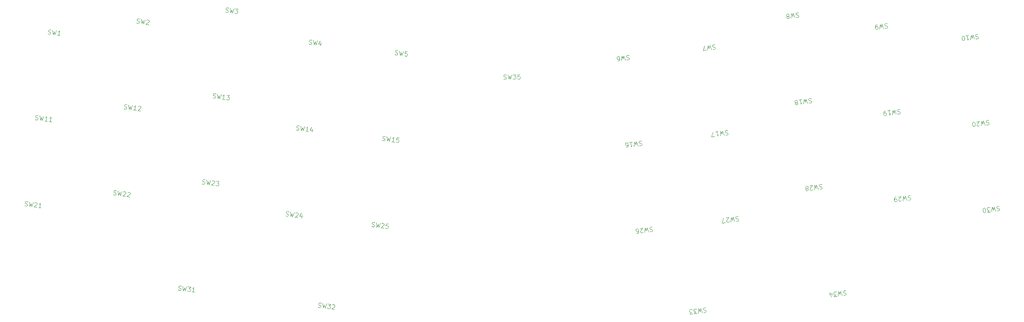
<source format=gto>
G04 #@! TF.GenerationSoftware,KiCad,Pcbnew,7.0.5.1-1-g8f565ef7f0-dirty-deb11*
G04 #@! TF.CreationDate,2023-08-03T14:41:36+00:00*
G04 #@! TF.ProjectId,plate_alps,706c6174-655f-4616-9c70-732e6b696361,v0.1*
G04 #@! TF.SameCoordinates,PX8bd8a70PY50733a9*
G04 #@! TF.FileFunction,Legend,Top*
G04 #@! TF.FilePolarity,Positive*
%FSLAX46Y46*%
G04 Gerber Fmt 4.6, Leading zero omitted, Abs format (unit mm)*
G04 Created by KiCad (PCBNEW 7.0.5.1-1-g8f565ef7f0-dirty-deb11) date 2023-08-03 14:41:36*
%MOMM*%
%LPD*%
G01*
G04 APERTURE LIST*
%ADD10C,0.100000*%
G04 APERTURE END LIST*
D10*
X83751854Y-69524710D02*
X83887843Y-69589384D01*
X83887843Y-69589384D02*
X84124164Y-69618400D01*
X84124164Y-69618400D02*
X84224495Y-69582743D01*
X84224495Y-69582743D02*
X84277563Y-69541282D01*
X84277563Y-69541282D02*
X84336433Y-69452557D01*
X84336433Y-69452557D02*
X84348040Y-69358029D01*
X84348040Y-69358029D02*
X84312382Y-69257697D01*
X84312382Y-69257697D02*
X84270922Y-69204630D01*
X84270922Y-69204630D02*
X84182197Y-69145759D01*
X84182197Y-69145759D02*
X83998944Y-69075282D01*
X83998944Y-69075282D02*
X83910219Y-69016411D01*
X83910219Y-69016411D02*
X83868758Y-68963344D01*
X83868758Y-68963344D02*
X83833100Y-68863012D01*
X83833100Y-68863012D02*
X83844707Y-68768484D01*
X83844707Y-68768484D02*
X83903578Y-68679759D01*
X83903578Y-68679759D02*
X83956645Y-68638298D01*
X83956645Y-68638298D02*
X84056977Y-68602641D01*
X84056977Y-68602641D02*
X84293297Y-68631657D01*
X84293297Y-68631657D02*
X84429286Y-68696331D01*
X84765938Y-68689690D02*
X84880389Y-69711253D01*
X84880389Y-69711253D02*
X85156495Y-69025505D01*
X85156495Y-69025505D02*
X85258502Y-69757679D01*
X85258502Y-69757679D02*
X85616692Y-68794150D01*
X85900276Y-68828969D02*
X86514710Y-68904412D01*
X86514710Y-68904412D02*
X86137435Y-69241902D01*
X86137435Y-69241902D02*
X86279227Y-69259312D01*
X86279227Y-69259312D02*
X86367952Y-69318183D01*
X86367952Y-69318183D02*
X86409413Y-69371250D01*
X86409413Y-69371250D02*
X86445070Y-69471582D01*
X86445070Y-69471582D02*
X86416054Y-69707902D01*
X86416054Y-69707902D02*
X86357183Y-69796627D01*
X86357183Y-69796627D02*
X86304116Y-69838088D01*
X86304116Y-69838088D02*
X86203784Y-69873745D01*
X86203784Y-69873745D02*
X85920199Y-69838926D01*
X85920199Y-69838926D02*
X85831475Y-69780055D01*
X85831475Y-69780055D02*
X85790014Y-69726987D01*
X99285201Y-95423294D02*
X99421190Y-95487968D01*
X99421190Y-95487968D02*
X99657510Y-95516985D01*
X99657510Y-95516985D02*
X99757842Y-95481327D01*
X99757842Y-95481327D02*
X99810909Y-95439867D01*
X99810909Y-95439867D02*
X99869780Y-95351142D01*
X99869780Y-95351142D02*
X99881386Y-95256614D01*
X99881386Y-95256614D02*
X99845729Y-95156282D01*
X99845729Y-95156282D02*
X99804268Y-95103215D01*
X99804268Y-95103215D02*
X99715543Y-95044344D01*
X99715543Y-95044344D02*
X99532290Y-94973867D01*
X99532290Y-94973867D02*
X99443565Y-94914996D01*
X99443565Y-94914996D02*
X99402104Y-94861929D01*
X99402104Y-94861929D02*
X99366447Y-94761597D01*
X99366447Y-94761597D02*
X99378053Y-94667069D01*
X99378053Y-94667069D02*
X99436924Y-94578344D01*
X99436924Y-94578344D02*
X99489991Y-94536883D01*
X99489991Y-94536883D02*
X99590323Y-94501226D01*
X99590323Y-94501226D02*
X99826644Y-94530242D01*
X99826644Y-94530242D02*
X99962633Y-94594916D01*
X100299285Y-94588275D02*
X100413736Y-95609838D01*
X100413736Y-95609838D02*
X100689842Y-94924089D01*
X100689842Y-94924089D02*
X100791849Y-95656264D01*
X100791849Y-95656264D02*
X101150038Y-94692735D01*
X101926187Y-95795543D02*
X101359018Y-95725904D01*
X101642602Y-95760724D02*
X101764472Y-94768177D01*
X101764472Y-94768177D02*
X101652534Y-94898363D01*
X101652534Y-94898363D02*
X101546399Y-94981285D01*
X101546399Y-94981285D02*
X101446067Y-95016942D01*
X102858187Y-95238305D02*
X102776941Y-95900003D01*
X102668293Y-94831176D02*
X102344923Y-95511121D01*
X102344923Y-95511121D02*
X102959356Y-95586564D01*
X229047460Y-72105119D02*
X228899864Y-72075264D01*
X228899864Y-72075264D02*
X228663544Y-72104281D01*
X228663544Y-72104281D02*
X228574819Y-72163152D01*
X228574819Y-72163152D02*
X228533358Y-72216219D01*
X228533358Y-72216219D02*
X228497700Y-72316551D01*
X228497700Y-72316551D02*
X228509307Y-72411079D01*
X228509307Y-72411079D02*
X228568178Y-72499804D01*
X228568178Y-72499804D02*
X228621245Y-72541265D01*
X228621245Y-72541265D02*
X228721577Y-72576922D01*
X228721577Y-72576922D02*
X228916436Y-72600973D01*
X228916436Y-72600973D02*
X229016768Y-72636630D01*
X229016768Y-72636630D02*
X229069835Y-72678091D01*
X229069835Y-72678091D02*
X229128706Y-72766816D01*
X229128706Y-72766816D02*
X229140313Y-72861344D01*
X229140313Y-72861344D02*
X229104655Y-72961676D01*
X229104655Y-72961676D02*
X229063194Y-73014743D01*
X229063194Y-73014743D02*
X228974469Y-73073614D01*
X228974469Y-73073614D02*
X228738149Y-73102630D01*
X228738149Y-73102630D02*
X228590553Y-73072776D01*
X228265508Y-73160663D02*
X227907318Y-72197134D01*
X227907318Y-72197134D02*
X227805311Y-72929309D01*
X227805311Y-72929309D02*
X227529205Y-72243560D01*
X227529205Y-72243560D02*
X227414754Y-73265123D01*
X226867508Y-72324806D02*
X226678451Y-72348020D01*
X226678451Y-72348020D02*
X226589727Y-72406890D01*
X226589727Y-72406890D02*
X226548266Y-72459958D01*
X226548266Y-72459958D02*
X226471147Y-72613357D01*
X226471147Y-72613357D02*
X226447097Y-72808216D01*
X226447097Y-72808216D02*
X226493523Y-73186329D01*
X226493523Y-73186329D02*
X226552394Y-73275054D01*
X226552394Y-73275054D02*
X226605461Y-73316515D01*
X226605461Y-73316515D02*
X226705793Y-73352172D01*
X226705793Y-73352172D02*
X226894849Y-73328959D01*
X226894849Y-73328959D02*
X226983574Y-73270089D01*
X226983574Y-73270089D02*
X227025035Y-73217021D01*
X227025035Y-73217021D02*
X227060692Y-73116690D01*
X227060692Y-73116690D02*
X227031676Y-72880369D01*
X227031676Y-72880369D02*
X226972805Y-72791644D01*
X226972805Y-72791644D02*
X226919738Y-72750183D01*
X226919738Y-72750183D02*
X226819406Y-72714526D01*
X226819406Y-72714526D02*
X226630350Y-72737739D01*
X226630350Y-72737739D02*
X226541625Y-72796610D01*
X226541625Y-72796610D02*
X226500164Y-72849677D01*
X226500164Y-72849677D02*
X226464506Y-72950009D01*
X219940430Y-130802512D02*
X219792835Y-130772657D01*
X219792835Y-130772657D02*
X219556514Y-130801674D01*
X219556514Y-130801674D02*
X219467789Y-130860545D01*
X219467789Y-130860545D02*
X219426329Y-130913612D01*
X219426329Y-130913612D02*
X219390671Y-131013944D01*
X219390671Y-131013944D02*
X219402278Y-131108472D01*
X219402278Y-131108472D02*
X219461148Y-131197197D01*
X219461148Y-131197197D02*
X219514216Y-131238657D01*
X219514216Y-131238657D02*
X219614547Y-131274315D01*
X219614547Y-131274315D02*
X219809407Y-131298366D01*
X219809407Y-131298366D02*
X219909738Y-131334023D01*
X219909738Y-131334023D02*
X219962806Y-131375484D01*
X219962806Y-131375484D02*
X220021677Y-131464209D01*
X220021677Y-131464209D02*
X220033283Y-131558737D01*
X220033283Y-131558737D02*
X219997626Y-131659069D01*
X219997626Y-131659069D02*
X219956165Y-131712136D01*
X219956165Y-131712136D02*
X219867440Y-131771007D01*
X219867440Y-131771007D02*
X219631119Y-131800023D01*
X219631119Y-131800023D02*
X219483524Y-131770169D01*
X219158478Y-131858056D02*
X218800289Y-130894527D01*
X218800289Y-130894527D02*
X218698282Y-131626702D01*
X218698282Y-131626702D02*
X218422176Y-130940953D01*
X218422176Y-130940953D02*
X218307725Y-131962516D01*
X218024140Y-131997336D02*
X217409707Y-132072779D01*
X217409707Y-132072779D02*
X217694129Y-131654043D01*
X217694129Y-131654043D02*
X217552337Y-131671453D01*
X217552337Y-131671453D02*
X217452005Y-131635795D01*
X217452005Y-131635795D02*
X217398938Y-131594334D01*
X217398938Y-131594334D02*
X217340067Y-131505609D01*
X217340067Y-131505609D02*
X217311051Y-131269289D01*
X217311051Y-131269289D02*
X217346708Y-131168957D01*
X217346708Y-131168957D02*
X217388169Y-131115890D01*
X217388169Y-131115890D02*
X217476894Y-131057019D01*
X217476894Y-131057019D02*
X217760478Y-131022199D01*
X217760478Y-131022199D02*
X217860810Y-131057857D01*
X217860810Y-131057857D02*
X217913877Y-131099318D01*
X216518330Y-131846389D02*
X216437083Y-131184692D01*
X216801077Y-132195486D02*
X216950348Y-131457508D01*
X216950348Y-131457508D02*
X216335914Y-131532950D01*
X64263445Y-71930098D02*
X64399434Y-71994772D01*
X64399434Y-71994772D02*
X64635755Y-72023788D01*
X64635755Y-72023788D02*
X64736086Y-71988131D01*
X64736086Y-71988131D02*
X64789154Y-71946670D01*
X64789154Y-71946670D02*
X64848024Y-71857945D01*
X64848024Y-71857945D02*
X64859631Y-71763417D01*
X64859631Y-71763417D02*
X64823973Y-71663085D01*
X64823973Y-71663085D02*
X64782513Y-71610018D01*
X64782513Y-71610018D02*
X64693788Y-71551147D01*
X64693788Y-71551147D02*
X64510535Y-71480670D01*
X64510535Y-71480670D02*
X64421810Y-71421799D01*
X64421810Y-71421799D02*
X64380349Y-71368732D01*
X64380349Y-71368732D02*
X64344691Y-71268400D01*
X64344691Y-71268400D02*
X64356298Y-71173872D01*
X64356298Y-71173872D02*
X64415169Y-71085147D01*
X64415169Y-71085147D02*
X64468236Y-71043686D01*
X64468236Y-71043686D02*
X64568568Y-71008029D01*
X64568568Y-71008029D02*
X64804888Y-71037045D01*
X64804888Y-71037045D02*
X64940877Y-71101719D01*
X65277529Y-71095078D02*
X65391980Y-72116641D01*
X65391980Y-72116641D02*
X65668086Y-71430893D01*
X65668086Y-71430893D02*
X65770093Y-72163067D01*
X65770093Y-72163067D02*
X66128283Y-71199538D01*
X66447525Y-71334689D02*
X66500592Y-71293228D01*
X66500592Y-71293228D02*
X66600924Y-71257571D01*
X66600924Y-71257571D02*
X66837244Y-71286587D01*
X66837244Y-71286587D02*
X66925969Y-71345458D01*
X66925969Y-71345458D02*
X66967430Y-71398525D01*
X66967430Y-71398525D02*
X67003088Y-71498857D01*
X67003088Y-71498857D02*
X66991481Y-71593385D01*
X66991481Y-71593385D02*
X66926807Y-71729374D01*
X66926807Y-71729374D02*
X66289998Y-72226904D01*
X66289998Y-72226904D02*
X66904431Y-72302347D01*
X212353304Y-88549698D02*
X212205709Y-88519843D01*
X212205709Y-88519843D02*
X211969388Y-88548860D01*
X211969388Y-88548860D02*
X211880663Y-88607731D01*
X211880663Y-88607731D02*
X211839203Y-88660798D01*
X211839203Y-88660798D02*
X211803545Y-88761130D01*
X211803545Y-88761130D02*
X211815152Y-88855658D01*
X211815152Y-88855658D02*
X211874022Y-88944383D01*
X211874022Y-88944383D02*
X211927090Y-88985843D01*
X211927090Y-88985843D02*
X212027421Y-89021501D01*
X212027421Y-89021501D02*
X212222281Y-89045552D01*
X212222281Y-89045552D02*
X212322612Y-89081209D01*
X212322612Y-89081209D02*
X212375680Y-89122670D01*
X212375680Y-89122670D02*
X212434551Y-89211395D01*
X212434551Y-89211395D02*
X212446157Y-89305923D01*
X212446157Y-89305923D02*
X212410500Y-89406255D01*
X212410500Y-89406255D02*
X212369039Y-89459322D01*
X212369039Y-89459322D02*
X212280314Y-89518193D01*
X212280314Y-89518193D02*
X212043993Y-89547209D01*
X212043993Y-89547209D02*
X211896398Y-89517355D01*
X211571352Y-89605242D02*
X211213163Y-88641713D01*
X211213163Y-88641713D02*
X211111156Y-89373888D01*
X211111156Y-89373888D02*
X210835050Y-88688139D01*
X210835050Y-88688139D02*
X210720599Y-89709702D01*
X209700711Y-88827418D02*
X210267881Y-88757779D01*
X209984296Y-88792599D02*
X210106165Y-89785145D01*
X210106165Y-89785145D02*
X210183284Y-89631746D01*
X210183284Y-89631746D02*
X210266205Y-89525611D01*
X210266205Y-89525611D02*
X210354930Y-89466740D01*
X209203182Y-89464227D02*
X209303513Y-89499885D01*
X209303513Y-89499885D02*
X209356581Y-89541346D01*
X209356581Y-89541346D02*
X209415451Y-89630070D01*
X209415451Y-89630070D02*
X209421255Y-89677335D01*
X209421255Y-89677335D02*
X209385597Y-89777666D01*
X209385597Y-89777666D02*
X209344136Y-89830733D01*
X209344136Y-89830733D02*
X209255411Y-89889604D01*
X209255411Y-89889604D02*
X209066355Y-89912817D01*
X209066355Y-89912817D02*
X208966024Y-89877160D01*
X208966024Y-89877160D02*
X208912956Y-89835699D01*
X208912956Y-89835699D02*
X208854085Y-89746974D01*
X208854085Y-89746974D02*
X208848282Y-89699710D01*
X208848282Y-89699710D02*
X208883940Y-89599379D01*
X208883940Y-89599379D02*
X208925400Y-89546311D01*
X208925400Y-89546311D02*
X209014125Y-89487440D01*
X209014125Y-89487440D02*
X209203182Y-89464227D01*
X209203182Y-89464227D02*
X209291907Y-89405357D01*
X209291907Y-89405357D02*
X209333367Y-89352289D01*
X209333367Y-89352289D02*
X209369025Y-89251958D01*
X209369025Y-89251958D02*
X209345812Y-89062901D01*
X209345812Y-89062901D02*
X209286941Y-88974176D01*
X209286941Y-88974176D02*
X209233874Y-88932716D01*
X209233874Y-88932716D02*
X209133542Y-88897058D01*
X209133542Y-88897058D02*
X208944486Y-88920271D01*
X208944486Y-88920271D02*
X208855761Y-88979142D01*
X208855761Y-88979142D02*
X208814300Y-89032209D01*
X208814300Y-89032209D02*
X208778643Y-89132541D01*
X208778643Y-89132541D02*
X208801856Y-89321597D01*
X208801856Y-89321597D02*
X208860726Y-89410322D01*
X208860726Y-89410322D02*
X208913794Y-89451783D01*
X208913794Y-89451783D02*
X209014125Y-89487440D01*
X253651730Y-112268486D02*
X253504135Y-112238631D01*
X253504135Y-112238631D02*
X253267814Y-112267648D01*
X253267814Y-112267648D02*
X253179089Y-112326519D01*
X253179089Y-112326519D02*
X253137629Y-112379586D01*
X253137629Y-112379586D02*
X253101971Y-112479918D01*
X253101971Y-112479918D02*
X253113578Y-112574446D01*
X253113578Y-112574446D02*
X253172448Y-112663171D01*
X253172448Y-112663171D02*
X253225516Y-112704631D01*
X253225516Y-112704631D02*
X253325847Y-112740289D01*
X253325847Y-112740289D02*
X253520707Y-112764340D01*
X253520707Y-112764340D02*
X253621038Y-112799997D01*
X253621038Y-112799997D02*
X253674106Y-112841458D01*
X253674106Y-112841458D02*
X253732977Y-112930183D01*
X253732977Y-112930183D02*
X253744583Y-113024711D01*
X253744583Y-113024711D02*
X253708926Y-113125043D01*
X253708926Y-113125043D02*
X253667465Y-113178110D01*
X253667465Y-113178110D02*
X253578740Y-113236981D01*
X253578740Y-113236981D02*
X253342419Y-113265997D01*
X253342419Y-113265997D02*
X253194824Y-113236143D01*
X252869778Y-113324030D02*
X252511589Y-112360501D01*
X252511589Y-112360501D02*
X252409582Y-113092676D01*
X252409582Y-113092676D02*
X252133476Y-112406927D01*
X252133476Y-112406927D02*
X252019025Y-113428490D01*
X251735440Y-113463310D02*
X251121007Y-113538753D01*
X251121007Y-113538753D02*
X251405429Y-113120017D01*
X251405429Y-113120017D02*
X251263637Y-113137427D01*
X251263637Y-113137427D02*
X251163305Y-113101769D01*
X251163305Y-113101769D02*
X251110238Y-113060308D01*
X251110238Y-113060308D02*
X251051367Y-112971583D01*
X251051367Y-112971583D02*
X251022351Y-112735263D01*
X251022351Y-112735263D02*
X251058008Y-112634931D01*
X251058008Y-112634931D02*
X251099469Y-112581864D01*
X251099469Y-112581864D02*
X251188194Y-112522993D01*
X251188194Y-112522993D02*
X251471778Y-112488173D01*
X251471778Y-112488173D02*
X251572110Y-112523831D01*
X251572110Y-112523831D02*
X251625177Y-112565292D01*
X250506573Y-113614195D02*
X250412045Y-113625802D01*
X250412045Y-113625802D02*
X250311714Y-113590145D01*
X250311714Y-113590145D02*
X250258646Y-113548684D01*
X250258646Y-113548684D02*
X250199776Y-113459959D01*
X250199776Y-113459959D02*
X250129298Y-113276706D01*
X250129298Y-113276706D02*
X250100282Y-113040385D01*
X250100282Y-113040385D02*
X250124333Y-112845526D01*
X250124333Y-112845526D02*
X250159990Y-112745194D01*
X250159990Y-112745194D02*
X250201451Y-112692127D01*
X250201451Y-112692127D02*
X250290176Y-112633256D01*
X250290176Y-112633256D02*
X250384704Y-112621649D01*
X250384704Y-112621649D02*
X250485036Y-112657307D01*
X250485036Y-112657307D02*
X250538103Y-112698768D01*
X250538103Y-112698768D02*
X250596974Y-112787493D01*
X250596974Y-112787493D02*
X250667451Y-112970746D01*
X250667451Y-112970746D02*
X250696467Y-113207066D01*
X250696467Y-113207066D02*
X250672417Y-113401926D01*
X250672417Y-113401926D02*
X250636759Y-113502257D01*
X250636759Y-113502257D02*
X250595298Y-113555325D01*
X250595298Y-113555325D02*
X250506573Y-113614195D01*
X39659175Y-112093464D02*
X39795164Y-112158138D01*
X39795164Y-112158138D02*
X40031484Y-112187155D01*
X40031484Y-112187155D02*
X40131816Y-112151497D01*
X40131816Y-112151497D02*
X40184883Y-112110037D01*
X40184883Y-112110037D02*
X40243754Y-112021312D01*
X40243754Y-112021312D02*
X40255360Y-111926784D01*
X40255360Y-111926784D02*
X40219703Y-111826452D01*
X40219703Y-111826452D02*
X40178242Y-111773385D01*
X40178242Y-111773385D02*
X40089517Y-111714514D01*
X40089517Y-111714514D02*
X39906264Y-111644037D01*
X39906264Y-111644037D02*
X39817539Y-111585166D01*
X39817539Y-111585166D02*
X39776078Y-111532099D01*
X39776078Y-111532099D02*
X39740421Y-111431767D01*
X39740421Y-111431767D02*
X39752027Y-111337239D01*
X39752027Y-111337239D02*
X39810898Y-111248514D01*
X39810898Y-111248514D02*
X39863965Y-111207053D01*
X39863965Y-111207053D02*
X39964297Y-111171396D01*
X39964297Y-111171396D02*
X40200618Y-111200412D01*
X40200618Y-111200412D02*
X40336607Y-111265086D01*
X40673259Y-111258445D02*
X40787710Y-112280008D01*
X40787710Y-112280008D02*
X41063816Y-111594259D01*
X41063816Y-111594259D02*
X41165823Y-112326434D01*
X41165823Y-112326434D02*
X41524012Y-111362905D01*
X41843254Y-111498056D02*
X41896322Y-111456595D01*
X41896322Y-111456595D02*
X41996653Y-111420938D01*
X41996653Y-111420938D02*
X42232974Y-111449954D01*
X42232974Y-111449954D02*
X42321699Y-111508825D01*
X42321699Y-111508825D02*
X42363160Y-111561892D01*
X42363160Y-111561892D02*
X42398817Y-111662224D01*
X42398817Y-111662224D02*
X42387210Y-111756752D01*
X42387210Y-111756752D02*
X42322536Y-111892741D01*
X42322536Y-111892741D02*
X41685728Y-112390271D01*
X41685728Y-112390271D02*
X42300161Y-112465713D01*
X43245443Y-112581779D02*
X42678274Y-112512140D01*
X42961858Y-112546960D02*
X43083728Y-111554414D01*
X43083728Y-111554414D02*
X42971790Y-111684599D01*
X42971790Y-111684599D02*
X42865655Y-111767521D01*
X42865655Y-111767521D02*
X42765323Y-111803178D01*
X41980791Y-93185461D02*
X42116780Y-93250135D01*
X42116780Y-93250135D02*
X42353100Y-93279152D01*
X42353100Y-93279152D02*
X42453432Y-93243494D01*
X42453432Y-93243494D02*
X42506499Y-93202034D01*
X42506499Y-93202034D02*
X42565370Y-93113309D01*
X42565370Y-93113309D02*
X42576976Y-93018781D01*
X42576976Y-93018781D02*
X42541319Y-92918449D01*
X42541319Y-92918449D02*
X42499858Y-92865382D01*
X42499858Y-92865382D02*
X42411133Y-92806511D01*
X42411133Y-92806511D02*
X42227880Y-92736034D01*
X42227880Y-92736034D02*
X42139155Y-92677163D01*
X42139155Y-92677163D02*
X42097694Y-92624096D01*
X42097694Y-92624096D02*
X42062037Y-92523764D01*
X42062037Y-92523764D02*
X42073643Y-92429236D01*
X42073643Y-92429236D02*
X42132514Y-92340511D01*
X42132514Y-92340511D02*
X42185581Y-92299050D01*
X42185581Y-92299050D02*
X42285913Y-92263393D01*
X42285913Y-92263393D02*
X42522234Y-92292409D01*
X42522234Y-92292409D02*
X42658223Y-92357083D01*
X42994875Y-92350442D02*
X43109326Y-93372005D01*
X43109326Y-93372005D02*
X43385432Y-92686256D01*
X43385432Y-92686256D02*
X43487439Y-93418431D01*
X43487439Y-93418431D02*
X43845628Y-92454902D01*
X44621777Y-93557710D02*
X44054608Y-93488071D01*
X44338192Y-93522891D02*
X44460062Y-92530344D01*
X44460062Y-92530344D02*
X44348124Y-92660530D01*
X44348124Y-92660530D02*
X44241989Y-92743452D01*
X44241989Y-92743452D02*
X44141657Y-92779109D01*
X45567059Y-93673776D02*
X44999890Y-93604137D01*
X45283474Y-93638957D02*
X45405344Y-92646411D01*
X45405344Y-92646411D02*
X45293406Y-92776596D01*
X45293406Y-92776596D02*
X45187271Y-92859518D01*
X45187271Y-92859518D02*
X45086939Y-92895175D01*
X44775038Y-74335489D02*
X44911027Y-74400163D01*
X44911027Y-74400163D02*
X45147348Y-74429179D01*
X45147348Y-74429179D02*
X45247679Y-74393522D01*
X45247679Y-74393522D02*
X45300747Y-74352061D01*
X45300747Y-74352061D02*
X45359617Y-74263336D01*
X45359617Y-74263336D02*
X45371224Y-74168808D01*
X45371224Y-74168808D02*
X45335566Y-74068476D01*
X45335566Y-74068476D02*
X45294106Y-74015409D01*
X45294106Y-74015409D02*
X45205381Y-73956538D01*
X45205381Y-73956538D02*
X45022128Y-73886061D01*
X45022128Y-73886061D02*
X44933403Y-73827190D01*
X44933403Y-73827190D02*
X44891942Y-73774123D01*
X44891942Y-73774123D02*
X44856284Y-73673791D01*
X44856284Y-73673791D02*
X44867891Y-73579263D01*
X44867891Y-73579263D02*
X44926762Y-73490538D01*
X44926762Y-73490538D02*
X44979829Y-73449077D01*
X44979829Y-73449077D02*
X45080161Y-73413420D01*
X45080161Y-73413420D02*
X45316481Y-73442436D01*
X45316481Y-73442436D02*
X45452470Y-73507110D01*
X45789122Y-73500469D02*
X45903573Y-74522032D01*
X45903573Y-74522032D02*
X46179679Y-73836284D01*
X46179679Y-73836284D02*
X46281686Y-74568458D01*
X46281686Y-74568458D02*
X46639876Y-73604929D01*
X47416024Y-74707738D02*
X46848855Y-74638098D01*
X47132440Y-74672918D02*
X47254309Y-73680372D01*
X47254309Y-73680372D02*
X47142371Y-73810557D01*
X47142371Y-73810557D02*
X47036236Y-73893479D01*
X47036236Y-73893479D02*
X46935905Y-73929136D01*
X96963590Y-114331298D02*
X97099579Y-114395972D01*
X97099579Y-114395972D02*
X97335899Y-114424989D01*
X97335899Y-114424989D02*
X97436231Y-114389331D01*
X97436231Y-114389331D02*
X97489298Y-114347871D01*
X97489298Y-114347871D02*
X97548169Y-114259146D01*
X97548169Y-114259146D02*
X97559775Y-114164618D01*
X97559775Y-114164618D02*
X97524118Y-114064286D01*
X97524118Y-114064286D02*
X97482657Y-114011219D01*
X97482657Y-114011219D02*
X97393932Y-113952348D01*
X97393932Y-113952348D02*
X97210679Y-113881871D01*
X97210679Y-113881871D02*
X97121954Y-113823000D01*
X97121954Y-113823000D02*
X97080493Y-113769933D01*
X97080493Y-113769933D02*
X97044836Y-113669601D01*
X97044836Y-113669601D02*
X97056442Y-113575073D01*
X97056442Y-113575073D02*
X97115313Y-113486348D01*
X97115313Y-113486348D02*
X97168380Y-113444887D01*
X97168380Y-113444887D02*
X97268712Y-113409230D01*
X97268712Y-113409230D02*
X97505033Y-113438246D01*
X97505033Y-113438246D02*
X97641022Y-113502920D01*
X97977674Y-113496279D02*
X98092125Y-114517842D01*
X98092125Y-114517842D02*
X98368231Y-113832093D01*
X98368231Y-113832093D02*
X98470238Y-114564268D01*
X98470238Y-114564268D02*
X98828427Y-113600739D01*
X99147669Y-113735890D02*
X99200737Y-113694429D01*
X99200737Y-113694429D02*
X99301068Y-113658772D01*
X99301068Y-113658772D02*
X99537389Y-113687788D01*
X99537389Y-113687788D02*
X99626114Y-113746659D01*
X99626114Y-113746659D02*
X99667575Y-113799726D01*
X99667575Y-113799726D02*
X99703232Y-113900058D01*
X99703232Y-113900058D02*
X99691625Y-113994586D01*
X99691625Y-113994586D02*
X99626951Y-114130575D01*
X99626951Y-114130575D02*
X98990143Y-114628105D01*
X98990143Y-114628105D02*
X99604576Y-114703547D01*
X100536576Y-114146309D02*
X100455330Y-114808007D01*
X100346682Y-113739180D02*
X100023312Y-114419125D01*
X100023312Y-114419125D02*
X100637745Y-114494568D01*
X175117697Y-97919926D02*
X174970102Y-97890071D01*
X174970102Y-97890071D02*
X174733781Y-97919088D01*
X174733781Y-97919088D02*
X174645056Y-97977959D01*
X174645056Y-97977959D02*
X174603596Y-98031026D01*
X174603596Y-98031026D02*
X174567938Y-98131358D01*
X174567938Y-98131358D02*
X174579545Y-98225886D01*
X174579545Y-98225886D02*
X174638415Y-98314611D01*
X174638415Y-98314611D02*
X174691483Y-98356071D01*
X174691483Y-98356071D02*
X174791814Y-98391729D01*
X174791814Y-98391729D02*
X174986674Y-98415780D01*
X174986674Y-98415780D02*
X175087005Y-98451437D01*
X175087005Y-98451437D02*
X175140073Y-98492898D01*
X175140073Y-98492898D02*
X175198944Y-98581623D01*
X175198944Y-98581623D02*
X175210550Y-98676151D01*
X175210550Y-98676151D02*
X175174893Y-98776483D01*
X175174893Y-98776483D02*
X175133432Y-98829550D01*
X175133432Y-98829550D02*
X175044707Y-98888421D01*
X175044707Y-98888421D02*
X174808386Y-98917437D01*
X174808386Y-98917437D02*
X174660791Y-98887583D01*
X174335745Y-98975470D02*
X173977556Y-98011941D01*
X173977556Y-98011941D02*
X173875549Y-98744116D01*
X173875549Y-98744116D02*
X173599443Y-98058367D01*
X173599443Y-98058367D02*
X173484992Y-99079930D01*
X172465104Y-98197646D02*
X173032274Y-98128007D01*
X172748689Y-98162827D02*
X172870558Y-99155373D01*
X172870558Y-99155373D02*
X172947677Y-99001974D01*
X172947677Y-99001974D02*
X173030598Y-98895839D01*
X173030598Y-98895839D02*
X173119323Y-98836968D01*
X171736220Y-99294652D02*
X171925276Y-99271439D01*
X171925276Y-99271439D02*
X172014001Y-99212568D01*
X172014001Y-99212568D02*
X172055462Y-99159501D01*
X172055462Y-99159501D02*
X172132580Y-99006102D01*
X172132580Y-99006102D02*
X172156631Y-98811242D01*
X172156631Y-98811242D02*
X172110205Y-98433129D01*
X172110205Y-98433129D02*
X172051334Y-98344404D01*
X172051334Y-98344404D02*
X171998267Y-98302944D01*
X171998267Y-98302944D02*
X171897935Y-98267286D01*
X171897935Y-98267286D02*
X171708879Y-98290499D01*
X171708879Y-98290499D02*
X171620154Y-98349370D01*
X171620154Y-98349370D02*
X171578693Y-98402437D01*
X171578693Y-98402437D02*
X171543036Y-98502769D01*
X171543036Y-98502769D02*
X171572052Y-98739089D01*
X171572052Y-98739089D02*
X171630923Y-98827814D01*
X171630923Y-98827814D02*
X171683990Y-98869275D01*
X171683990Y-98869275D02*
X171784322Y-98904933D01*
X171784322Y-98904933D02*
X171973378Y-98881719D01*
X171973378Y-98881719D02*
X172062103Y-98822849D01*
X172062103Y-98822849D02*
X172103564Y-98769781D01*
X172103564Y-98769781D02*
X172139221Y-98669450D01*
X196347315Y-114506320D02*
X196199720Y-114476465D01*
X196199720Y-114476465D02*
X195963399Y-114505482D01*
X195963399Y-114505482D02*
X195874674Y-114564353D01*
X195874674Y-114564353D02*
X195833214Y-114617420D01*
X195833214Y-114617420D02*
X195797556Y-114717752D01*
X195797556Y-114717752D02*
X195809163Y-114812280D01*
X195809163Y-114812280D02*
X195868033Y-114901005D01*
X195868033Y-114901005D02*
X195921101Y-114942465D01*
X195921101Y-114942465D02*
X196021432Y-114978123D01*
X196021432Y-114978123D02*
X196216292Y-115002174D01*
X196216292Y-115002174D02*
X196316623Y-115037831D01*
X196316623Y-115037831D02*
X196369691Y-115079292D01*
X196369691Y-115079292D02*
X196428562Y-115168017D01*
X196428562Y-115168017D02*
X196440168Y-115262545D01*
X196440168Y-115262545D02*
X196404511Y-115362877D01*
X196404511Y-115362877D02*
X196363050Y-115415944D01*
X196363050Y-115415944D02*
X196274325Y-115474815D01*
X196274325Y-115474815D02*
X196038004Y-115503831D01*
X196038004Y-115503831D02*
X195890409Y-115473977D01*
X195565363Y-115561864D02*
X195207174Y-114598335D01*
X195207174Y-114598335D02*
X195105167Y-115330510D01*
X195105167Y-115330510D02*
X194829061Y-114644761D01*
X194829061Y-114644761D02*
X194714610Y-115666324D01*
X194372154Y-115612419D02*
X194330694Y-115665486D01*
X194330694Y-115665486D02*
X194241969Y-115724357D01*
X194241969Y-115724357D02*
X194005648Y-115753373D01*
X194005648Y-115753373D02*
X193905317Y-115717716D01*
X193905317Y-115717716D02*
X193852249Y-115676255D01*
X193852249Y-115676255D02*
X193793379Y-115587530D01*
X193793379Y-115587530D02*
X193781772Y-115493002D01*
X193781772Y-115493002D02*
X193811626Y-115345406D01*
X193811626Y-115345406D02*
X194309156Y-114708597D01*
X194309156Y-114708597D02*
X193694722Y-114784040D01*
X193485743Y-115817210D02*
X192824046Y-115898456D01*
X192824046Y-115898456D02*
X193127553Y-114853680D01*
X231841710Y-90955094D02*
X231694115Y-90925239D01*
X231694115Y-90925239D02*
X231457794Y-90954256D01*
X231457794Y-90954256D02*
X231369069Y-91013127D01*
X231369069Y-91013127D02*
X231327609Y-91066194D01*
X231327609Y-91066194D02*
X231291951Y-91166526D01*
X231291951Y-91166526D02*
X231303558Y-91261054D01*
X231303558Y-91261054D02*
X231362428Y-91349779D01*
X231362428Y-91349779D02*
X231415496Y-91391239D01*
X231415496Y-91391239D02*
X231515827Y-91426897D01*
X231515827Y-91426897D02*
X231710687Y-91450948D01*
X231710687Y-91450948D02*
X231811018Y-91486605D01*
X231811018Y-91486605D02*
X231864086Y-91528066D01*
X231864086Y-91528066D02*
X231922957Y-91616791D01*
X231922957Y-91616791D02*
X231934563Y-91711319D01*
X231934563Y-91711319D02*
X231898906Y-91811651D01*
X231898906Y-91811651D02*
X231857445Y-91864718D01*
X231857445Y-91864718D02*
X231768720Y-91923589D01*
X231768720Y-91923589D02*
X231532399Y-91952605D01*
X231532399Y-91952605D02*
X231384804Y-91922751D01*
X231059758Y-92010638D02*
X230701569Y-91047109D01*
X230701569Y-91047109D02*
X230599562Y-91779284D01*
X230599562Y-91779284D02*
X230323456Y-91093535D01*
X230323456Y-91093535D02*
X230209005Y-92115098D01*
X229189117Y-91232814D02*
X229756287Y-91163175D01*
X229472702Y-91197995D02*
X229594571Y-92190541D01*
X229594571Y-92190541D02*
X229671690Y-92037142D01*
X229671690Y-92037142D02*
X229754611Y-91931007D01*
X229754611Y-91931007D02*
X229843336Y-91872136D01*
X228716476Y-91290847D02*
X228527420Y-91314061D01*
X228527420Y-91314061D02*
X228438695Y-91372931D01*
X228438695Y-91372931D02*
X228397234Y-91425999D01*
X228397234Y-91425999D02*
X228320116Y-91579398D01*
X228320116Y-91579398D02*
X228296065Y-91774257D01*
X228296065Y-91774257D02*
X228342491Y-92152370D01*
X228342491Y-92152370D02*
X228401362Y-92241095D01*
X228401362Y-92241095D02*
X228454430Y-92282556D01*
X228454430Y-92282556D02*
X228554761Y-92318213D01*
X228554761Y-92318213D02*
X228743817Y-92295000D01*
X228743817Y-92295000D02*
X228832542Y-92236129D01*
X228832542Y-92236129D02*
X228874003Y-92183062D01*
X228874003Y-92183062D02*
X228909661Y-92082731D01*
X228909661Y-92082731D02*
X228880644Y-91846410D01*
X228880644Y-91846410D02*
X228821773Y-91757685D01*
X228821773Y-91757685D02*
X228768706Y-91716224D01*
X228768706Y-91716224D02*
X228668375Y-91680567D01*
X228668375Y-91680567D02*
X228479318Y-91703780D01*
X228479318Y-91703780D02*
X228390593Y-91762651D01*
X228390593Y-91762651D02*
X228349132Y-91815718D01*
X228349132Y-91815718D02*
X228313475Y-91916050D01*
X118193208Y-97744904D02*
X118329197Y-97809578D01*
X118329197Y-97809578D02*
X118565517Y-97838595D01*
X118565517Y-97838595D02*
X118665849Y-97802937D01*
X118665849Y-97802937D02*
X118718916Y-97761477D01*
X118718916Y-97761477D02*
X118777787Y-97672752D01*
X118777787Y-97672752D02*
X118789393Y-97578224D01*
X118789393Y-97578224D02*
X118753736Y-97477892D01*
X118753736Y-97477892D02*
X118712275Y-97424825D01*
X118712275Y-97424825D02*
X118623550Y-97365954D01*
X118623550Y-97365954D02*
X118440297Y-97295477D01*
X118440297Y-97295477D02*
X118351572Y-97236606D01*
X118351572Y-97236606D02*
X118310111Y-97183539D01*
X118310111Y-97183539D02*
X118274454Y-97083207D01*
X118274454Y-97083207D02*
X118286060Y-96988679D01*
X118286060Y-96988679D02*
X118344931Y-96899954D01*
X118344931Y-96899954D02*
X118397998Y-96858493D01*
X118397998Y-96858493D02*
X118498330Y-96822836D01*
X118498330Y-96822836D02*
X118734651Y-96851852D01*
X118734651Y-96851852D02*
X118870640Y-96916526D01*
X119207292Y-96909885D02*
X119321743Y-97931448D01*
X119321743Y-97931448D02*
X119597849Y-97245699D01*
X119597849Y-97245699D02*
X119699856Y-97977874D01*
X119699856Y-97977874D02*
X120058045Y-97014345D01*
X120834194Y-98117153D02*
X120267025Y-98047514D01*
X120550609Y-98082334D02*
X120672479Y-97089787D01*
X120672479Y-97089787D02*
X120560541Y-97219973D01*
X120560541Y-97219973D02*
X120454406Y-97302895D01*
X120454406Y-97302895D02*
X120354074Y-97338552D01*
X121854081Y-97234870D02*
X121381440Y-97176837D01*
X121381440Y-97176837D02*
X121276143Y-97643675D01*
X121276143Y-97643675D02*
X121329210Y-97602214D01*
X121329210Y-97602214D02*
X121429542Y-97566556D01*
X121429542Y-97566556D02*
X121665863Y-97595573D01*
X121665863Y-97595573D02*
X121754587Y-97654444D01*
X121754587Y-97654444D02*
X121796048Y-97707511D01*
X121796048Y-97707511D02*
X121831706Y-97807843D01*
X121831706Y-97807843D02*
X121802689Y-98044163D01*
X121802689Y-98044163D02*
X121743818Y-98132888D01*
X121743818Y-98132888D02*
X121690751Y-98174349D01*
X121690751Y-98174349D02*
X121590420Y-98210006D01*
X121590420Y-98210006D02*
X121354099Y-98180990D01*
X121354099Y-98180990D02*
X121265374Y-98122119D01*
X121265374Y-98122119D02*
X121223913Y-98069052D01*
X78635991Y-107282685D02*
X78771980Y-107347359D01*
X78771980Y-107347359D02*
X79008300Y-107376376D01*
X79008300Y-107376376D02*
X79108632Y-107340718D01*
X79108632Y-107340718D02*
X79161699Y-107299258D01*
X79161699Y-107299258D02*
X79220570Y-107210533D01*
X79220570Y-107210533D02*
X79232176Y-107116005D01*
X79232176Y-107116005D02*
X79196519Y-107015673D01*
X79196519Y-107015673D02*
X79155058Y-106962606D01*
X79155058Y-106962606D02*
X79066333Y-106903735D01*
X79066333Y-106903735D02*
X78883080Y-106833258D01*
X78883080Y-106833258D02*
X78794355Y-106774387D01*
X78794355Y-106774387D02*
X78752894Y-106721320D01*
X78752894Y-106721320D02*
X78717237Y-106620988D01*
X78717237Y-106620988D02*
X78728843Y-106526460D01*
X78728843Y-106526460D02*
X78787714Y-106437735D01*
X78787714Y-106437735D02*
X78840781Y-106396274D01*
X78840781Y-106396274D02*
X78941113Y-106360617D01*
X78941113Y-106360617D02*
X79177434Y-106389633D01*
X79177434Y-106389633D02*
X79313423Y-106454307D01*
X79650075Y-106447666D02*
X79764526Y-107469229D01*
X79764526Y-107469229D02*
X80040632Y-106783480D01*
X80040632Y-106783480D02*
X80142639Y-107515655D01*
X80142639Y-107515655D02*
X80500828Y-106552126D01*
X80820070Y-106687277D02*
X80873138Y-106645816D01*
X80873138Y-106645816D02*
X80973469Y-106610159D01*
X80973469Y-106610159D02*
X81209790Y-106639175D01*
X81209790Y-106639175D02*
X81298515Y-106698046D01*
X81298515Y-106698046D02*
X81339976Y-106751113D01*
X81339976Y-106751113D02*
X81375633Y-106851445D01*
X81375633Y-106851445D02*
X81364026Y-106945973D01*
X81364026Y-106945973D02*
X81299352Y-107081962D01*
X81299352Y-107081962D02*
X80662544Y-107579492D01*
X80662544Y-107579492D02*
X81276977Y-107654934D01*
X81729695Y-106703011D02*
X82344128Y-106778454D01*
X82344128Y-106778454D02*
X81966853Y-107115944D01*
X81966853Y-107115944D02*
X82108646Y-107133354D01*
X82108646Y-107133354D02*
X82197370Y-107192225D01*
X82197370Y-107192225D02*
X82238831Y-107245292D01*
X82238831Y-107245292D02*
X82274489Y-107345624D01*
X82274489Y-107345624D02*
X82245472Y-107581944D01*
X82245472Y-107581944D02*
X82186601Y-107670669D01*
X82186601Y-107670669D02*
X82133534Y-107712130D01*
X82133534Y-107712130D02*
X82033203Y-107747787D01*
X82033203Y-107747787D02*
X81749618Y-107712967D01*
X81749618Y-107712967D02*
X81660893Y-107654097D01*
X81660893Y-107654097D02*
X81619432Y-107601029D01*
X115871595Y-116652909D02*
X116007584Y-116717583D01*
X116007584Y-116717583D02*
X116243904Y-116746600D01*
X116243904Y-116746600D02*
X116344236Y-116710942D01*
X116344236Y-116710942D02*
X116397303Y-116669482D01*
X116397303Y-116669482D02*
X116456174Y-116580757D01*
X116456174Y-116580757D02*
X116467780Y-116486229D01*
X116467780Y-116486229D02*
X116432123Y-116385897D01*
X116432123Y-116385897D02*
X116390662Y-116332830D01*
X116390662Y-116332830D02*
X116301937Y-116273959D01*
X116301937Y-116273959D02*
X116118684Y-116203482D01*
X116118684Y-116203482D02*
X116029959Y-116144611D01*
X116029959Y-116144611D02*
X115988498Y-116091544D01*
X115988498Y-116091544D02*
X115952841Y-115991212D01*
X115952841Y-115991212D02*
X115964447Y-115896684D01*
X115964447Y-115896684D02*
X116023318Y-115807959D01*
X116023318Y-115807959D02*
X116076385Y-115766498D01*
X116076385Y-115766498D02*
X116176717Y-115730841D01*
X116176717Y-115730841D02*
X116413038Y-115759857D01*
X116413038Y-115759857D02*
X116549027Y-115824531D01*
X116885679Y-115817890D02*
X117000130Y-116839453D01*
X117000130Y-116839453D02*
X117276236Y-116153704D01*
X117276236Y-116153704D02*
X117378243Y-116885879D01*
X117378243Y-116885879D02*
X117736432Y-115922350D01*
X118055674Y-116057501D02*
X118108742Y-116016040D01*
X118108742Y-116016040D02*
X118209073Y-115980383D01*
X118209073Y-115980383D02*
X118445394Y-116009399D01*
X118445394Y-116009399D02*
X118534119Y-116068270D01*
X118534119Y-116068270D02*
X118575580Y-116121337D01*
X118575580Y-116121337D02*
X118611237Y-116221669D01*
X118611237Y-116221669D02*
X118599630Y-116316197D01*
X118599630Y-116316197D02*
X118534956Y-116452186D01*
X118534956Y-116452186D02*
X117898148Y-116949716D01*
X117898148Y-116949716D02*
X118512581Y-117025158D01*
X119532468Y-116142875D02*
X119059827Y-116084842D01*
X119059827Y-116084842D02*
X118954530Y-116551680D01*
X118954530Y-116551680D02*
X119007597Y-116510219D01*
X119007597Y-116510219D02*
X119107929Y-116474561D01*
X119107929Y-116474561D02*
X119344250Y-116503578D01*
X119344250Y-116503578D02*
X119432974Y-116562449D01*
X119432974Y-116562449D02*
X119474435Y-116615516D01*
X119474435Y-116615516D02*
X119510093Y-116715848D01*
X119510093Y-116715848D02*
X119481076Y-116952168D01*
X119481076Y-116952168D02*
X119422205Y-117040893D01*
X119422205Y-117040893D02*
X119369138Y-117082354D01*
X119369138Y-117082354D02*
X119268807Y-117118011D01*
X119268807Y-117118011D02*
X119032486Y-117088995D01*
X119032486Y-117088995D02*
X118943761Y-117030124D01*
X118943761Y-117030124D02*
X118902300Y-116977057D01*
X59147584Y-109688077D02*
X59283573Y-109752751D01*
X59283573Y-109752751D02*
X59519893Y-109781768D01*
X59519893Y-109781768D02*
X59620225Y-109746110D01*
X59620225Y-109746110D02*
X59673292Y-109704650D01*
X59673292Y-109704650D02*
X59732163Y-109615925D01*
X59732163Y-109615925D02*
X59743769Y-109521397D01*
X59743769Y-109521397D02*
X59708112Y-109421065D01*
X59708112Y-109421065D02*
X59666651Y-109367998D01*
X59666651Y-109367998D02*
X59577926Y-109309127D01*
X59577926Y-109309127D02*
X59394673Y-109238650D01*
X59394673Y-109238650D02*
X59305948Y-109179779D01*
X59305948Y-109179779D02*
X59264487Y-109126712D01*
X59264487Y-109126712D02*
X59228830Y-109026380D01*
X59228830Y-109026380D02*
X59240436Y-108931852D01*
X59240436Y-108931852D02*
X59299307Y-108843127D01*
X59299307Y-108843127D02*
X59352374Y-108801666D01*
X59352374Y-108801666D02*
X59452706Y-108766009D01*
X59452706Y-108766009D02*
X59689027Y-108795025D01*
X59689027Y-108795025D02*
X59825016Y-108859699D01*
X60161668Y-108853058D02*
X60276119Y-109874621D01*
X60276119Y-109874621D02*
X60552225Y-109188872D01*
X60552225Y-109188872D02*
X60654232Y-109921047D01*
X60654232Y-109921047D02*
X61012421Y-108957518D01*
X61331663Y-109092669D02*
X61384731Y-109051208D01*
X61384731Y-109051208D02*
X61485062Y-109015551D01*
X61485062Y-109015551D02*
X61721383Y-109044567D01*
X61721383Y-109044567D02*
X61810108Y-109103438D01*
X61810108Y-109103438D02*
X61851569Y-109156505D01*
X61851569Y-109156505D02*
X61887226Y-109256837D01*
X61887226Y-109256837D02*
X61875619Y-109351365D01*
X61875619Y-109351365D02*
X61810945Y-109487354D01*
X61810945Y-109487354D02*
X61174137Y-109984884D01*
X61174137Y-109984884D02*
X61788570Y-110060326D01*
X62276945Y-109208735D02*
X62330013Y-109167274D01*
X62330013Y-109167274D02*
X62430344Y-109131617D01*
X62430344Y-109131617D02*
X62666665Y-109160633D01*
X62666665Y-109160633D02*
X62755390Y-109219504D01*
X62755390Y-109219504D02*
X62796851Y-109272571D01*
X62796851Y-109272571D02*
X62832508Y-109372903D01*
X62832508Y-109372903D02*
X62820902Y-109467431D01*
X62820902Y-109467431D02*
X62756228Y-109603420D01*
X62756228Y-109603420D02*
X62119419Y-110100950D01*
X62119419Y-110100950D02*
X62733852Y-110176392D01*
X102079453Y-76573322D02*
X102215442Y-76637996D01*
X102215442Y-76637996D02*
X102451763Y-76667012D01*
X102451763Y-76667012D02*
X102552094Y-76631355D01*
X102552094Y-76631355D02*
X102605162Y-76589894D01*
X102605162Y-76589894D02*
X102664032Y-76501169D01*
X102664032Y-76501169D02*
X102675639Y-76406641D01*
X102675639Y-76406641D02*
X102639981Y-76306309D01*
X102639981Y-76306309D02*
X102598521Y-76253242D01*
X102598521Y-76253242D02*
X102509796Y-76194371D01*
X102509796Y-76194371D02*
X102326543Y-76123894D01*
X102326543Y-76123894D02*
X102237818Y-76065023D01*
X102237818Y-76065023D02*
X102196357Y-76011956D01*
X102196357Y-76011956D02*
X102160699Y-75911624D01*
X102160699Y-75911624D02*
X102172306Y-75817096D01*
X102172306Y-75817096D02*
X102231177Y-75728371D01*
X102231177Y-75728371D02*
X102284244Y-75686910D01*
X102284244Y-75686910D02*
X102384576Y-75651253D01*
X102384576Y-75651253D02*
X102620896Y-75680269D01*
X102620896Y-75680269D02*
X102756885Y-75744943D01*
X103093537Y-75738302D02*
X103207988Y-76759865D01*
X103207988Y-76759865D02*
X103484094Y-76074117D01*
X103484094Y-76074117D02*
X103586101Y-76806291D01*
X103586101Y-76806291D02*
X103944291Y-75842762D01*
X104707157Y-76272266D02*
X104625911Y-76933964D01*
X104517263Y-75865137D02*
X104193893Y-76545082D01*
X104193893Y-76545082D02*
X104808327Y-76620525D01*
X80957601Y-88374676D02*
X81093590Y-88439350D01*
X81093590Y-88439350D02*
X81329910Y-88468367D01*
X81329910Y-88468367D02*
X81430242Y-88432709D01*
X81430242Y-88432709D02*
X81483309Y-88391249D01*
X81483309Y-88391249D02*
X81542180Y-88302524D01*
X81542180Y-88302524D02*
X81553786Y-88207996D01*
X81553786Y-88207996D02*
X81518129Y-88107664D01*
X81518129Y-88107664D02*
X81476668Y-88054597D01*
X81476668Y-88054597D02*
X81387943Y-87995726D01*
X81387943Y-87995726D02*
X81204690Y-87925249D01*
X81204690Y-87925249D02*
X81115965Y-87866378D01*
X81115965Y-87866378D02*
X81074504Y-87813311D01*
X81074504Y-87813311D02*
X81038847Y-87712979D01*
X81038847Y-87712979D02*
X81050453Y-87618451D01*
X81050453Y-87618451D02*
X81109324Y-87529726D01*
X81109324Y-87529726D02*
X81162391Y-87488265D01*
X81162391Y-87488265D02*
X81262723Y-87452608D01*
X81262723Y-87452608D02*
X81499044Y-87481624D01*
X81499044Y-87481624D02*
X81635033Y-87546298D01*
X81971685Y-87539657D02*
X82086136Y-88561220D01*
X82086136Y-88561220D02*
X82362242Y-87875471D01*
X82362242Y-87875471D02*
X82464249Y-88607646D01*
X82464249Y-88607646D02*
X82822438Y-87644117D01*
X83598587Y-88746925D02*
X83031418Y-88677286D01*
X83315002Y-88712106D02*
X83436872Y-87719559D01*
X83436872Y-87719559D02*
X83324934Y-87849745D01*
X83324934Y-87849745D02*
X83218799Y-87932667D01*
X83218799Y-87932667D02*
X83118467Y-87968324D01*
X84051305Y-87795002D02*
X84665738Y-87870445D01*
X84665738Y-87870445D02*
X84288463Y-88207935D01*
X84288463Y-88207935D02*
X84430256Y-88225345D01*
X84430256Y-88225345D02*
X84518980Y-88284216D01*
X84518980Y-88284216D02*
X84560441Y-88337283D01*
X84560441Y-88337283D02*
X84596099Y-88437615D01*
X84596099Y-88437615D02*
X84567082Y-88673935D01*
X84567082Y-88673935D02*
X84508211Y-88762660D01*
X84508211Y-88762660D02*
X84455144Y-88804121D01*
X84455144Y-88804121D02*
X84354813Y-88839778D01*
X84354813Y-88839778D02*
X84071228Y-88804958D01*
X84071228Y-88804958D02*
X83982503Y-88746088D01*
X83982503Y-88746088D02*
X83941042Y-88693020D01*
X249008508Y-74452477D02*
X248860913Y-74422622D01*
X248860913Y-74422622D02*
X248624592Y-74451639D01*
X248624592Y-74451639D02*
X248535867Y-74510510D01*
X248535867Y-74510510D02*
X248494407Y-74563577D01*
X248494407Y-74563577D02*
X248458749Y-74663909D01*
X248458749Y-74663909D02*
X248470356Y-74758437D01*
X248470356Y-74758437D02*
X248529226Y-74847162D01*
X248529226Y-74847162D02*
X248582294Y-74888622D01*
X248582294Y-74888622D02*
X248682625Y-74924280D01*
X248682625Y-74924280D02*
X248877485Y-74948331D01*
X248877485Y-74948331D02*
X248977816Y-74983988D01*
X248977816Y-74983988D02*
X249030884Y-75025449D01*
X249030884Y-75025449D02*
X249089755Y-75114174D01*
X249089755Y-75114174D02*
X249101361Y-75208702D01*
X249101361Y-75208702D02*
X249065704Y-75309034D01*
X249065704Y-75309034D02*
X249024243Y-75362101D01*
X249024243Y-75362101D02*
X248935518Y-75420972D01*
X248935518Y-75420972D02*
X248699197Y-75449988D01*
X248699197Y-75449988D02*
X248551602Y-75420134D01*
X248226556Y-75508021D02*
X247868367Y-74544492D01*
X247868367Y-74544492D02*
X247766360Y-75276667D01*
X247766360Y-75276667D02*
X247490254Y-74590918D01*
X247490254Y-74590918D02*
X247375803Y-75612481D01*
X246355915Y-74730197D02*
X246923085Y-74660558D01*
X246639500Y-74695378D02*
X246761369Y-75687924D01*
X246761369Y-75687924D02*
X246838488Y-75534525D01*
X246838488Y-75534525D02*
X246921409Y-75428390D01*
X246921409Y-75428390D02*
X247010134Y-75369519D01*
X245863351Y-75798186D02*
X245768823Y-75809793D01*
X245768823Y-75809793D02*
X245668492Y-75774136D01*
X245668492Y-75774136D02*
X245615424Y-75732675D01*
X245615424Y-75732675D02*
X245556554Y-75643950D01*
X245556554Y-75643950D02*
X245486076Y-75460697D01*
X245486076Y-75460697D02*
X245457060Y-75224376D01*
X245457060Y-75224376D02*
X245481111Y-75029517D01*
X245481111Y-75029517D02*
X245516768Y-74929185D01*
X245516768Y-74929185D02*
X245558229Y-74876118D01*
X245558229Y-74876118D02*
X245646954Y-74817247D01*
X245646954Y-74817247D02*
X245741482Y-74805640D01*
X245741482Y-74805640D02*
X245841814Y-74841298D01*
X245841814Y-74841298D02*
X245894881Y-74882759D01*
X245894881Y-74882759D02*
X245953752Y-74971484D01*
X245953752Y-74971484D02*
X246024229Y-75154737D01*
X246024229Y-75154737D02*
X246053245Y-75391057D01*
X246053245Y-75391057D02*
X246029195Y-75585917D01*
X246029195Y-75585917D02*
X245993537Y-75686248D01*
X245993537Y-75686248D02*
X245952076Y-75739316D01*
X245952076Y-75739316D02*
X245863351Y-75798186D01*
X234163321Y-109863100D02*
X234015726Y-109833245D01*
X234015726Y-109833245D02*
X233779405Y-109862262D01*
X233779405Y-109862262D02*
X233690680Y-109921133D01*
X233690680Y-109921133D02*
X233649220Y-109974200D01*
X233649220Y-109974200D02*
X233613562Y-110074532D01*
X233613562Y-110074532D02*
X233625169Y-110169060D01*
X233625169Y-110169060D02*
X233684039Y-110257785D01*
X233684039Y-110257785D02*
X233737107Y-110299245D01*
X233737107Y-110299245D02*
X233837438Y-110334903D01*
X233837438Y-110334903D02*
X234032298Y-110358954D01*
X234032298Y-110358954D02*
X234132629Y-110394611D01*
X234132629Y-110394611D02*
X234185697Y-110436072D01*
X234185697Y-110436072D02*
X234244568Y-110524797D01*
X234244568Y-110524797D02*
X234256174Y-110619325D01*
X234256174Y-110619325D02*
X234220517Y-110719657D01*
X234220517Y-110719657D02*
X234179056Y-110772724D01*
X234179056Y-110772724D02*
X234090331Y-110831595D01*
X234090331Y-110831595D02*
X233854010Y-110860611D01*
X233854010Y-110860611D02*
X233706415Y-110830757D01*
X233381369Y-110918644D02*
X233023180Y-109955115D01*
X233023180Y-109955115D02*
X232921173Y-110687290D01*
X232921173Y-110687290D02*
X232645067Y-110001541D01*
X232645067Y-110001541D02*
X232530616Y-111023104D01*
X232188160Y-110969199D02*
X232146700Y-111022266D01*
X232146700Y-111022266D02*
X232057975Y-111081137D01*
X232057975Y-111081137D02*
X231821654Y-111110153D01*
X231821654Y-111110153D02*
X231721323Y-111074496D01*
X231721323Y-111074496D02*
X231668255Y-111033035D01*
X231668255Y-111033035D02*
X231609385Y-110944310D01*
X231609385Y-110944310D02*
X231597778Y-110849782D01*
X231597778Y-110849782D02*
X231627632Y-110702186D01*
X231627632Y-110702186D02*
X232125162Y-110065377D01*
X232125162Y-110065377D02*
X231510728Y-110140820D01*
X231038087Y-110198853D02*
X230849031Y-110222067D01*
X230849031Y-110222067D02*
X230760306Y-110280937D01*
X230760306Y-110280937D02*
X230718845Y-110334005D01*
X230718845Y-110334005D02*
X230641727Y-110487404D01*
X230641727Y-110487404D02*
X230617676Y-110682263D01*
X230617676Y-110682263D02*
X230664102Y-111060376D01*
X230664102Y-111060376D02*
X230722973Y-111149101D01*
X230722973Y-111149101D02*
X230776041Y-111190562D01*
X230776041Y-111190562D02*
X230876372Y-111226219D01*
X230876372Y-111226219D02*
X231065428Y-111203006D01*
X231065428Y-111203006D02*
X231154153Y-111144135D01*
X231154153Y-111144135D02*
X231195614Y-111091068D01*
X231195614Y-111091068D02*
X231231272Y-110990737D01*
X231231272Y-110990737D02*
X231202255Y-110754416D01*
X231202255Y-110754416D02*
X231143384Y-110665691D01*
X231143384Y-110665691D02*
X231090317Y-110624230D01*
X231090317Y-110624230D02*
X230989986Y-110588573D01*
X230989986Y-110588573D02*
X230800929Y-110611786D01*
X230800929Y-110611786D02*
X230712204Y-110670657D01*
X230712204Y-110670657D02*
X230670743Y-110723724D01*
X230670743Y-110723724D02*
X230635086Y-110824056D01*
X73370475Y-130627490D02*
X73506464Y-130692164D01*
X73506464Y-130692164D02*
X73742784Y-130721181D01*
X73742784Y-130721181D02*
X73843116Y-130685523D01*
X73843116Y-130685523D02*
X73896183Y-130644063D01*
X73896183Y-130644063D02*
X73955054Y-130555338D01*
X73955054Y-130555338D02*
X73966660Y-130460810D01*
X73966660Y-130460810D02*
X73931003Y-130360478D01*
X73931003Y-130360478D02*
X73889542Y-130307411D01*
X73889542Y-130307411D02*
X73800817Y-130248540D01*
X73800817Y-130248540D02*
X73617564Y-130178063D01*
X73617564Y-130178063D02*
X73528839Y-130119192D01*
X73528839Y-130119192D02*
X73487378Y-130066125D01*
X73487378Y-130066125D02*
X73451721Y-129965793D01*
X73451721Y-129965793D02*
X73463327Y-129871265D01*
X73463327Y-129871265D02*
X73522198Y-129782540D01*
X73522198Y-129782540D02*
X73575265Y-129741079D01*
X73575265Y-129741079D02*
X73675597Y-129705422D01*
X73675597Y-129705422D02*
X73911918Y-129734438D01*
X73911918Y-129734438D02*
X74047907Y-129799112D01*
X74384559Y-129792471D02*
X74499010Y-130814034D01*
X74499010Y-130814034D02*
X74775116Y-130128285D01*
X74775116Y-130128285D02*
X74877123Y-130860460D01*
X74877123Y-130860460D02*
X75235312Y-129896931D01*
X75518897Y-129931750D02*
X76133330Y-130007193D01*
X76133330Y-130007193D02*
X75756055Y-130344683D01*
X75756055Y-130344683D02*
X75897847Y-130362093D01*
X75897847Y-130362093D02*
X75986572Y-130420964D01*
X75986572Y-130420964D02*
X76028033Y-130474031D01*
X76028033Y-130474031D02*
X76063691Y-130574363D01*
X76063691Y-130574363D02*
X76034674Y-130810683D01*
X76034674Y-130810683D02*
X75975803Y-130899408D01*
X75975803Y-130899408D02*
X75922736Y-130940869D01*
X75922736Y-130940869D02*
X75822404Y-130976526D01*
X75822404Y-130976526D02*
X75538820Y-130941706D01*
X75538820Y-130941706D02*
X75450095Y-130882836D01*
X75450095Y-130882836D02*
X75408634Y-130829768D01*
X76956743Y-131115805D02*
X76389574Y-131046166D01*
X76673158Y-131080986D02*
X76795028Y-130088440D01*
X76795028Y-130088440D02*
X76683090Y-130218625D01*
X76683090Y-130218625D02*
X76576955Y-130301547D01*
X76576955Y-130301547D02*
X76476623Y-130337204D01*
X189214925Y-134575127D02*
X189067330Y-134545272D01*
X189067330Y-134545272D02*
X188831009Y-134574289D01*
X188831009Y-134574289D02*
X188742284Y-134633160D01*
X188742284Y-134633160D02*
X188700824Y-134686227D01*
X188700824Y-134686227D02*
X188665166Y-134786559D01*
X188665166Y-134786559D02*
X188676773Y-134881087D01*
X188676773Y-134881087D02*
X188735643Y-134969812D01*
X188735643Y-134969812D02*
X188788711Y-135011272D01*
X188788711Y-135011272D02*
X188889042Y-135046930D01*
X188889042Y-135046930D02*
X189083902Y-135070981D01*
X189083902Y-135070981D02*
X189184233Y-135106638D01*
X189184233Y-135106638D02*
X189237301Y-135148099D01*
X189237301Y-135148099D02*
X189296172Y-135236824D01*
X189296172Y-135236824D02*
X189307778Y-135331352D01*
X189307778Y-135331352D02*
X189272121Y-135431684D01*
X189272121Y-135431684D02*
X189230660Y-135484751D01*
X189230660Y-135484751D02*
X189141935Y-135543622D01*
X189141935Y-135543622D02*
X188905614Y-135572638D01*
X188905614Y-135572638D02*
X188758019Y-135542784D01*
X188432973Y-135630671D02*
X188074784Y-134667142D01*
X188074784Y-134667142D02*
X187972777Y-135399317D01*
X187972777Y-135399317D02*
X187696671Y-134713568D01*
X187696671Y-134713568D02*
X187582220Y-135735131D01*
X187298635Y-135769951D02*
X186684202Y-135845394D01*
X186684202Y-135845394D02*
X186968624Y-135426658D01*
X186968624Y-135426658D02*
X186826832Y-135444068D01*
X186826832Y-135444068D02*
X186726500Y-135408410D01*
X186726500Y-135408410D02*
X186673433Y-135366949D01*
X186673433Y-135366949D02*
X186614562Y-135278224D01*
X186614562Y-135278224D02*
X186585546Y-135041904D01*
X186585546Y-135041904D02*
X186621203Y-134941572D01*
X186621203Y-134941572D02*
X186662664Y-134888505D01*
X186662664Y-134888505D02*
X186751389Y-134829634D01*
X186751389Y-134829634D02*
X187034973Y-134794814D01*
X187034973Y-134794814D02*
X187135305Y-134830472D01*
X187135305Y-134830472D02*
X187188372Y-134871933D01*
X186353353Y-135886017D02*
X185738920Y-135961460D01*
X185738920Y-135961460D02*
X186023342Y-135542724D01*
X186023342Y-135542724D02*
X185881550Y-135560134D01*
X185881550Y-135560134D02*
X185781218Y-135524476D01*
X185781218Y-135524476D02*
X185728151Y-135483015D01*
X185728151Y-135483015D02*
X185669280Y-135394290D01*
X185669280Y-135394290D02*
X185640264Y-135157970D01*
X185640264Y-135157970D02*
X185675921Y-135057638D01*
X185675921Y-135057638D02*
X185717382Y-135004571D01*
X185717382Y-135004571D02*
X185806107Y-134945700D01*
X185806107Y-134945700D02*
X186089691Y-134910880D01*
X186089691Y-134910880D02*
X186190023Y-134946538D01*
X186190023Y-134946538D02*
X186243090Y-134987999D01*
X191231452Y-76748343D02*
X191083856Y-76718488D01*
X191083856Y-76718488D02*
X190847536Y-76747505D01*
X190847536Y-76747505D02*
X190758811Y-76806376D01*
X190758811Y-76806376D02*
X190717350Y-76859443D01*
X190717350Y-76859443D02*
X190681692Y-76959775D01*
X190681692Y-76959775D02*
X190693299Y-77054303D01*
X190693299Y-77054303D02*
X190752170Y-77143028D01*
X190752170Y-77143028D02*
X190805237Y-77184489D01*
X190805237Y-77184489D02*
X190905569Y-77220146D01*
X190905569Y-77220146D02*
X191100428Y-77244197D01*
X191100428Y-77244197D02*
X191200760Y-77279854D01*
X191200760Y-77279854D02*
X191253827Y-77321315D01*
X191253827Y-77321315D02*
X191312698Y-77410040D01*
X191312698Y-77410040D02*
X191324305Y-77504568D01*
X191324305Y-77504568D02*
X191288647Y-77604900D01*
X191288647Y-77604900D02*
X191247186Y-77657967D01*
X191247186Y-77657967D02*
X191158461Y-77716838D01*
X191158461Y-77716838D02*
X190922141Y-77745854D01*
X190922141Y-77745854D02*
X190774545Y-77716000D01*
X190449500Y-77803887D02*
X190091310Y-76840358D01*
X190091310Y-76840358D02*
X189989303Y-77572533D01*
X189989303Y-77572533D02*
X189713197Y-76886784D01*
X189713197Y-76886784D02*
X189598746Y-77908347D01*
X189315162Y-77943167D02*
X188653464Y-78024413D01*
X188653464Y-78024413D02*
X188956972Y-76979637D01*
X61469195Y-90780072D02*
X61605184Y-90844746D01*
X61605184Y-90844746D02*
X61841504Y-90873763D01*
X61841504Y-90873763D02*
X61941836Y-90838105D01*
X61941836Y-90838105D02*
X61994903Y-90796645D01*
X61994903Y-90796645D02*
X62053774Y-90707920D01*
X62053774Y-90707920D02*
X62065380Y-90613392D01*
X62065380Y-90613392D02*
X62029723Y-90513060D01*
X62029723Y-90513060D02*
X61988262Y-90459993D01*
X61988262Y-90459993D02*
X61899537Y-90401122D01*
X61899537Y-90401122D02*
X61716284Y-90330645D01*
X61716284Y-90330645D02*
X61627559Y-90271774D01*
X61627559Y-90271774D02*
X61586098Y-90218707D01*
X61586098Y-90218707D02*
X61550441Y-90118375D01*
X61550441Y-90118375D02*
X61562047Y-90023847D01*
X61562047Y-90023847D02*
X61620918Y-89935122D01*
X61620918Y-89935122D02*
X61673985Y-89893661D01*
X61673985Y-89893661D02*
X61774317Y-89858004D01*
X61774317Y-89858004D02*
X62010638Y-89887020D01*
X62010638Y-89887020D02*
X62146627Y-89951694D01*
X62483279Y-89945053D02*
X62597730Y-90966616D01*
X62597730Y-90966616D02*
X62873836Y-90280867D01*
X62873836Y-90280867D02*
X62975843Y-91013042D01*
X62975843Y-91013042D02*
X63334032Y-90049513D01*
X64110181Y-91152321D02*
X63543012Y-91082682D01*
X63826596Y-91117502D02*
X63948466Y-90124955D01*
X63948466Y-90124955D02*
X63836528Y-90255141D01*
X63836528Y-90255141D02*
X63730393Y-90338063D01*
X63730393Y-90338063D02*
X63630061Y-90373720D01*
X64598556Y-90300730D02*
X64651624Y-90259269D01*
X64651624Y-90259269D02*
X64751955Y-90223612D01*
X64751955Y-90223612D02*
X64988276Y-90252628D01*
X64988276Y-90252628D02*
X65077001Y-90311499D01*
X65077001Y-90311499D02*
X65118462Y-90364566D01*
X65118462Y-90364566D02*
X65154119Y-90464898D01*
X65154119Y-90464898D02*
X65142513Y-90559426D01*
X65142513Y-90559426D02*
X65077839Y-90695415D01*
X65077839Y-90695415D02*
X64441030Y-91192945D01*
X64441030Y-91192945D02*
X65055463Y-91268387D01*
X209559051Y-69699731D02*
X209411455Y-69669876D01*
X209411455Y-69669876D02*
X209175135Y-69698893D01*
X209175135Y-69698893D02*
X209086410Y-69757764D01*
X209086410Y-69757764D02*
X209044949Y-69810831D01*
X209044949Y-69810831D02*
X209009291Y-69911163D01*
X209009291Y-69911163D02*
X209020898Y-70005691D01*
X209020898Y-70005691D02*
X209079769Y-70094416D01*
X209079769Y-70094416D02*
X209132836Y-70135877D01*
X209132836Y-70135877D02*
X209233168Y-70171534D01*
X209233168Y-70171534D02*
X209428027Y-70195585D01*
X209428027Y-70195585D02*
X209528359Y-70231242D01*
X209528359Y-70231242D02*
X209581426Y-70272703D01*
X209581426Y-70272703D02*
X209640297Y-70361428D01*
X209640297Y-70361428D02*
X209651904Y-70455956D01*
X209651904Y-70455956D02*
X209616246Y-70556288D01*
X209616246Y-70556288D02*
X209574785Y-70609355D01*
X209574785Y-70609355D02*
X209486060Y-70668226D01*
X209486060Y-70668226D02*
X209249740Y-70697242D01*
X209249740Y-70697242D02*
X209102144Y-70667388D01*
X208777099Y-70755275D02*
X208418909Y-69791746D01*
X208418909Y-69791746D02*
X208316902Y-70523921D01*
X208316902Y-70523921D02*
X208040796Y-69838172D01*
X208040796Y-69838172D02*
X207926345Y-70859735D01*
X207354210Y-70498194D02*
X207454542Y-70533852D01*
X207454542Y-70533852D02*
X207507609Y-70575313D01*
X207507609Y-70575313D02*
X207566480Y-70664038D01*
X207566480Y-70664038D02*
X207572283Y-70711302D01*
X207572283Y-70711302D02*
X207536626Y-70811633D01*
X207536626Y-70811633D02*
X207495165Y-70864701D01*
X207495165Y-70864701D02*
X207406440Y-70923571D01*
X207406440Y-70923571D02*
X207217384Y-70946784D01*
X207217384Y-70946784D02*
X207117052Y-70911127D01*
X207117052Y-70911127D02*
X207063985Y-70869666D01*
X207063985Y-70869666D02*
X207005114Y-70780941D01*
X207005114Y-70780941D02*
X206999311Y-70733677D01*
X206999311Y-70733677D02*
X207034968Y-70633346D01*
X207034968Y-70633346D02*
X207076429Y-70580278D01*
X207076429Y-70580278D02*
X207165154Y-70521408D01*
X207165154Y-70521408D02*
X207354210Y-70498194D01*
X207354210Y-70498194D02*
X207442935Y-70439324D01*
X207442935Y-70439324D02*
X207484396Y-70386256D01*
X207484396Y-70386256D02*
X207520053Y-70285925D01*
X207520053Y-70285925D02*
X207496840Y-70096868D01*
X207496840Y-70096868D02*
X207437970Y-70008143D01*
X207437970Y-70008143D02*
X207384902Y-69966683D01*
X207384902Y-69966683D02*
X207284571Y-69931025D01*
X207284571Y-69931025D02*
X207095514Y-69954238D01*
X207095514Y-69954238D02*
X207006789Y-70013109D01*
X207006789Y-70013109D02*
X206965329Y-70066176D01*
X206965329Y-70066176D02*
X206929671Y-70166508D01*
X206929671Y-70166508D02*
X206952884Y-70355564D01*
X206952884Y-70355564D02*
X207011755Y-70444289D01*
X207011755Y-70444289D02*
X207064822Y-70485750D01*
X207064822Y-70485750D02*
X207165154Y-70521408D01*
X120987457Y-78894932D02*
X121123446Y-78959606D01*
X121123446Y-78959606D02*
X121359767Y-78988622D01*
X121359767Y-78988622D02*
X121460098Y-78952965D01*
X121460098Y-78952965D02*
X121513166Y-78911504D01*
X121513166Y-78911504D02*
X121572036Y-78822779D01*
X121572036Y-78822779D02*
X121583643Y-78728251D01*
X121583643Y-78728251D02*
X121547985Y-78627919D01*
X121547985Y-78627919D02*
X121506525Y-78574852D01*
X121506525Y-78574852D02*
X121417800Y-78515981D01*
X121417800Y-78515981D02*
X121234547Y-78445504D01*
X121234547Y-78445504D02*
X121145822Y-78386633D01*
X121145822Y-78386633D02*
X121104361Y-78333566D01*
X121104361Y-78333566D02*
X121068703Y-78233234D01*
X121068703Y-78233234D02*
X121080310Y-78138706D01*
X121080310Y-78138706D02*
X121139181Y-78049981D01*
X121139181Y-78049981D02*
X121192248Y-78008520D01*
X121192248Y-78008520D02*
X121292580Y-77972863D01*
X121292580Y-77972863D02*
X121528900Y-78001879D01*
X121528900Y-78001879D02*
X121664889Y-78066553D01*
X122001541Y-78059912D02*
X122115992Y-79081475D01*
X122115992Y-79081475D02*
X122392098Y-78395727D01*
X122392098Y-78395727D02*
X122494105Y-79127901D01*
X122494105Y-79127901D02*
X122852295Y-78164372D01*
X123703049Y-78268831D02*
X123230408Y-78210798D01*
X123230408Y-78210798D02*
X123125111Y-78677636D01*
X123125111Y-78677636D02*
X123178178Y-78636175D01*
X123178178Y-78636175D02*
X123278509Y-78600517D01*
X123278509Y-78600517D02*
X123514830Y-78629534D01*
X123514830Y-78629534D02*
X123603555Y-78688405D01*
X123603555Y-78688405D02*
X123645016Y-78741472D01*
X123645016Y-78741472D02*
X123680673Y-78841804D01*
X123680673Y-78841804D02*
X123651657Y-79078124D01*
X123651657Y-79078124D02*
X123592786Y-79166849D01*
X123592786Y-79166849D02*
X123539719Y-79208310D01*
X123539719Y-79208310D02*
X123439387Y-79243967D01*
X123439387Y-79243967D02*
X123203067Y-79214951D01*
X123203067Y-79214951D02*
X123114342Y-79156080D01*
X123114342Y-79156080D02*
X123072881Y-79103013D01*
X172323448Y-79069953D02*
X172175852Y-79040098D01*
X172175852Y-79040098D02*
X171939532Y-79069115D01*
X171939532Y-79069115D02*
X171850807Y-79127986D01*
X171850807Y-79127986D02*
X171809346Y-79181053D01*
X171809346Y-79181053D02*
X171773688Y-79281385D01*
X171773688Y-79281385D02*
X171785295Y-79375913D01*
X171785295Y-79375913D02*
X171844166Y-79464638D01*
X171844166Y-79464638D02*
X171897233Y-79506099D01*
X171897233Y-79506099D02*
X171997565Y-79541756D01*
X171997565Y-79541756D02*
X172192424Y-79565807D01*
X172192424Y-79565807D02*
X172292756Y-79601464D01*
X172292756Y-79601464D02*
X172345823Y-79642925D01*
X172345823Y-79642925D02*
X172404694Y-79731650D01*
X172404694Y-79731650D02*
X172416301Y-79826178D01*
X172416301Y-79826178D02*
X172380643Y-79926510D01*
X172380643Y-79926510D02*
X172339182Y-79979577D01*
X172339182Y-79979577D02*
X172250457Y-80038448D01*
X172250457Y-80038448D02*
X172014137Y-80067464D01*
X172014137Y-80067464D02*
X171866541Y-80037610D01*
X171541496Y-80125497D02*
X171183306Y-79161968D01*
X171183306Y-79161968D02*
X171081299Y-79894143D01*
X171081299Y-79894143D02*
X170805193Y-79208394D01*
X170805193Y-79208394D02*
X170690742Y-80229957D01*
X169887252Y-80328613D02*
X170076309Y-80305400D01*
X170076309Y-80305400D02*
X170165034Y-80246529D01*
X170165034Y-80246529D02*
X170206495Y-80193462D01*
X170206495Y-80193462D02*
X170283613Y-80040063D01*
X170283613Y-80040063D02*
X170307664Y-79845203D01*
X170307664Y-79845203D02*
X170261237Y-79467090D01*
X170261237Y-79467090D02*
X170202367Y-79378365D01*
X170202367Y-79378365D02*
X170149299Y-79336905D01*
X170149299Y-79336905D02*
X170048968Y-79301247D01*
X170048968Y-79301247D02*
X169859911Y-79324460D01*
X169859911Y-79324460D02*
X169771186Y-79383331D01*
X169771186Y-79383331D02*
X169729726Y-79436398D01*
X169729726Y-79436398D02*
X169694068Y-79536730D01*
X169694068Y-79536730D02*
X169723085Y-79773050D01*
X169723085Y-79773050D02*
X169781955Y-79861775D01*
X169781955Y-79861775D02*
X169835023Y-79903236D01*
X169835023Y-79903236D02*
X169935354Y-79938894D01*
X169935354Y-79938894D02*
X170124411Y-79915680D01*
X170124411Y-79915680D02*
X170213135Y-79856810D01*
X170213135Y-79856810D02*
X170254596Y-79803742D01*
X170254596Y-79803742D02*
X170290254Y-79703411D01*
X194025704Y-95598316D02*
X193878109Y-95568461D01*
X193878109Y-95568461D02*
X193641788Y-95597478D01*
X193641788Y-95597478D02*
X193553063Y-95656349D01*
X193553063Y-95656349D02*
X193511603Y-95709416D01*
X193511603Y-95709416D02*
X193475945Y-95809748D01*
X193475945Y-95809748D02*
X193487552Y-95904276D01*
X193487552Y-95904276D02*
X193546422Y-95993001D01*
X193546422Y-95993001D02*
X193599490Y-96034461D01*
X193599490Y-96034461D02*
X193699821Y-96070119D01*
X193699821Y-96070119D02*
X193894681Y-96094170D01*
X193894681Y-96094170D02*
X193995012Y-96129827D01*
X193995012Y-96129827D02*
X194048080Y-96171288D01*
X194048080Y-96171288D02*
X194106951Y-96260013D01*
X194106951Y-96260013D02*
X194118557Y-96354541D01*
X194118557Y-96354541D02*
X194082900Y-96454873D01*
X194082900Y-96454873D02*
X194041439Y-96507940D01*
X194041439Y-96507940D02*
X193952714Y-96566811D01*
X193952714Y-96566811D02*
X193716393Y-96595827D01*
X193716393Y-96595827D02*
X193568798Y-96565973D01*
X193243752Y-96653860D02*
X192885563Y-95690331D01*
X192885563Y-95690331D02*
X192783556Y-96422506D01*
X192783556Y-96422506D02*
X192507450Y-95736757D01*
X192507450Y-95736757D02*
X192392999Y-96758320D01*
X191373111Y-95876036D02*
X191940281Y-95806397D01*
X191656696Y-95841217D02*
X191778565Y-96833763D01*
X191778565Y-96833763D02*
X191855684Y-96680364D01*
X191855684Y-96680364D02*
X191938605Y-96574229D01*
X191938605Y-96574229D02*
X192027330Y-96515358D01*
X191164132Y-96909206D02*
X190502435Y-96990452D01*
X190502435Y-96990452D02*
X190805942Y-95945676D01*
X251330114Y-93360483D02*
X251182519Y-93330628D01*
X251182519Y-93330628D02*
X250946198Y-93359645D01*
X250946198Y-93359645D02*
X250857473Y-93418516D01*
X250857473Y-93418516D02*
X250816013Y-93471583D01*
X250816013Y-93471583D02*
X250780355Y-93571915D01*
X250780355Y-93571915D02*
X250791962Y-93666443D01*
X250791962Y-93666443D02*
X250850832Y-93755168D01*
X250850832Y-93755168D02*
X250903900Y-93796628D01*
X250903900Y-93796628D02*
X251004231Y-93832286D01*
X251004231Y-93832286D02*
X251199091Y-93856337D01*
X251199091Y-93856337D02*
X251299422Y-93891994D01*
X251299422Y-93891994D02*
X251352490Y-93933455D01*
X251352490Y-93933455D02*
X251411361Y-94022180D01*
X251411361Y-94022180D02*
X251422967Y-94116708D01*
X251422967Y-94116708D02*
X251387310Y-94217040D01*
X251387310Y-94217040D02*
X251345849Y-94270107D01*
X251345849Y-94270107D02*
X251257124Y-94328978D01*
X251257124Y-94328978D02*
X251020803Y-94357994D01*
X251020803Y-94357994D02*
X250873208Y-94328140D01*
X250548162Y-94416027D02*
X250189973Y-93452498D01*
X250189973Y-93452498D02*
X250087966Y-94184673D01*
X250087966Y-94184673D02*
X249811860Y-93498924D01*
X249811860Y-93498924D02*
X249697409Y-94520487D01*
X249354953Y-94466582D02*
X249313493Y-94519649D01*
X249313493Y-94519649D02*
X249224768Y-94578520D01*
X249224768Y-94578520D02*
X248988447Y-94607536D01*
X248988447Y-94607536D02*
X248888116Y-94571879D01*
X248888116Y-94571879D02*
X248835048Y-94530418D01*
X248835048Y-94530418D02*
X248776178Y-94441693D01*
X248776178Y-94441693D02*
X248764571Y-94347165D01*
X248764571Y-94347165D02*
X248794425Y-94199569D01*
X248794425Y-94199569D02*
X249291955Y-93562760D01*
X249291955Y-93562760D02*
X248677521Y-93638203D01*
X248184957Y-94706192D02*
X248090429Y-94717799D01*
X248090429Y-94717799D02*
X247990098Y-94682142D01*
X247990098Y-94682142D02*
X247937030Y-94640681D01*
X247937030Y-94640681D02*
X247878160Y-94551956D01*
X247878160Y-94551956D02*
X247807682Y-94368703D01*
X247807682Y-94368703D02*
X247778666Y-94132382D01*
X247778666Y-94132382D02*
X247802717Y-93937523D01*
X247802717Y-93937523D02*
X247838374Y-93837191D01*
X247838374Y-93837191D02*
X247879835Y-93784124D01*
X247879835Y-93784124D02*
X247968560Y-93725253D01*
X247968560Y-93725253D02*
X248063088Y-93713646D01*
X248063088Y-93713646D02*
X248163420Y-93749304D01*
X248163420Y-93749304D02*
X248216487Y-93790765D01*
X248216487Y-93790765D02*
X248275358Y-93879490D01*
X248275358Y-93879490D02*
X248345835Y-94062743D01*
X248345835Y-94062743D02*
X248374851Y-94299063D01*
X248374851Y-94299063D02*
X248350801Y-94493923D01*
X248350801Y-94493923D02*
X248315143Y-94594254D01*
X248315143Y-94594254D02*
X248273682Y-94647322D01*
X248273682Y-94647322D02*
X248184957Y-94706192D01*
X214674914Y-107457707D02*
X214527319Y-107427852D01*
X214527319Y-107427852D02*
X214290998Y-107456869D01*
X214290998Y-107456869D02*
X214202273Y-107515740D01*
X214202273Y-107515740D02*
X214160813Y-107568807D01*
X214160813Y-107568807D02*
X214125155Y-107669139D01*
X214125155Y-107669139D02*
X214136762Y-107763667D01*
X214136762Y-107763667D02*
X214195632Y-107852392D01*
X214195632Y-107852392D02*
X214248700Y-107893852D01*
X214248700Y-107893852D02*
X214349031Y-107929510D01*
X214349031Y-107929510D02*
X214543891Y-107953561D01*
X214543891Y-107953561D02*
X214644222Y-107989218D01*
X214644222Y-107989218D02*
X214697290Y-108030679D01*
X214697290Y-108030679D02*
X214756161Y-108119404D01*
X214756161Y-108119404D02*
X214767767Y-108213932D01*
X214767767Y-108213932D02*
X214732110Y-108314264D01*
X214732110Y-108314264D02*
X214690649Y-108367331D01*
X214690649Y-108367331D02*
X214601924Y-108426202D01*
X214601924Y-108426202D02*
X214365603Y-108455218D01*
X214365603Y-108455218D02*
X214218008Y-108425364D01*
X213892962Y-108513251D02*
X213534773Y-107549722D01*
X213534773Y-107549722D02*
X213432766Y-108281897D01*
X213432766Y-108281897D02*
X213156660Y-107596148D01*
X213156660Y-107596148D02*
X213042209Y-108617711D01*
X212699753Y-108563806D02*
X212658293Y-108616873D01*
X212658293Y-108616873D02*
X212569568Y-108675744D01*
X212569568Y-108675744D02*
X212333247Y-108704760D01*
X212333247Y-108704760D02*
X212232916Y-108669103D01*
X212232916Y-108669103D02*
X212179848Y-108627642D01*
X212179848Y-108627642D02*
X212120978Y-108538917D01*
X212120978Y-108538917D02*
X212109371Y-108444389D01*
X212109371Y-108444389D02*
X212139225Y-108296793D01*
X212139225Y-108296793D02*
X212636755Y-107659984D01*
X212636755Y-107659984D02*
X212022321Y-107735427D01*
X211524792Y-108372236D02*
X211625123Y-108407894D01*
X211625123Y-108407894D02*
X211678191Y-108449355D01*
X211678191Y-108449355D02*
X211737061Y-108538079D01*
X211737061Y-108538079D02*
X211742865Y-108585344D01*
X211742865Y-108585344D02*
X211707207Y-108685675D01*
X211707207Y-108685675D02*
X211665746Y-108738742D01*
X211665746Y-108738742D02*
X211577021Y-108797613D01*
X211577021Y-108797613D02*
X211387965Y-108820826D01*
X211387965Y-108820826D02*
X211287634Y-108785169D01*
X211287634Y-108785169D02*
X211234566Y-108743708D01*
X211234566Y-108743708D02*
X211175695Y-108654983D01*
X211175695Y-108654983D02*
X211169892Y-108607719D01*
X211169892Y-108607719D02*
X211205550Y-108507388D01*
X211205550Y-108507388D02*
X211247010Y-108454320D01*
X211247010Y-108454320D02*
X211335735Y-108395449D01*
X211335735Y-108395449D02*
X211524792Y-108372236D01*
X211524792Y-108372236D02*
X211613517Y-108313366D01*
X211613517Y-108313366D02*
X211654977Y-108260298D01*
X211654977Y-108260298D02*
X211690635Y-108159967D01*
X211690635Y-108159967D02*
X211667422Y-107970910D01*
X211667422Y-107970910D02*
X211608551Y-107882185D01*
X211608551Y-107882185D02*
X211555484Y-107840725D01*
X211555484Y-107840725D02*
X211455152Y-107805067D01*
X211455152Y-107805067D02*
X211266096Y-107828280D01*
X211266096Y-107828280D02*
X211177371Y-107887151D01*
X211177371Y-107887151D02*
X211135910Y-107940218D01*
X211135910Y-107940218D02*
X211100253Y-108040550D01*
X211100253Y-108040550D02*
X211123466Y-108229606D01*
X211123466Y-108229606D02*
X211182336Y-108318331D01*
X211182336Y-108318331D02*
X211235404Y-108359792D01*
X211235404Y-108359792D02*
X211335735Y-108395449D01*
X177439310Y-116827931D02*
X177291715Y-116798076D01*
X177291715Y-116798076D02*
X177055394Y-116827093D01*
X177055394Y-116827093D02*
X176966669Y-116885964D01*
X176966669Y-116885964D02*
X176925209Y-116939031D01*
X176925209Y-116939031D02*
X176889551Y-117039363D01*
X176889551Y-117039363D02*
X176901158Y-117133891D01*
X176901158Y-117133891D02*
X176960028Y-117222616D01*
X176960028Y-117222616D02*
X177013096Y-117264076D01*
X177013096Y-117264076D02*
X177113427Y-117299734D01*
X177113427Y-117299734D02*
X177308287Y-117323785D01*
X177308287Y-117323785D02*
X177408618Y-117359442D01*
X177408618Y-117359442D02*
X177461686Y-117400903D01*
X177461686Y-117400903D02*
X177520557Y-117489628D01*
X177520557Y-117489628D02*
X177532163Y-117584156D01*
X177532163Y-117584156D02*
X177496506Y-117684488D01*
X177496506Y-117684488D02*
X177455045Y-117737555D01*
X177455045Y-117737555D02*
X177366320Y-117796426D01*
X177366320Y-117796426D02*
X177129999Y-117825442D01*
X177129999Y-117825442D02*
X176982404Y-117795588D01*
X176657358Y-117883475D02*
X176299169Y-116919946D01*
X176299169Y-116919946D02*
X176197162Y-117652121D01*
X176197162Y-117652121D02*
X175921056Y-116966372D01*
X175921056Y-116966372D02*
X175806605Y-117987935D01*
X175464149Y-117934030D02*
X175422689Y-117987097D01*
X175422689Y-117987097D02*
X175333964Y-118045968D01*
X175333964Y-118045968D02*
X175097643Y-118074984D01*
X175097643Y-118074984D02*
X174997312Y-118039327D01*
X174997312Y-118039327D02*
X174944244Y-117997866D01*
X174944244Y-117997866D02*
X174885374Y-117909141D01*
X174885374Y-117909141D02*
X174873767Y-117814613D01*
X174873767Y-117814613D02*
X174903621Y-117667017D01*
X174903621Y-117667017D02*
X175401151Y-117030208D01*
X175401151Y-117030208D02*
X174786717Y-117105651D01*
X174057833Y-118202657D02*
X174246889Y-118179444D01*
X174246889Y-118179444D02*
X174335614Y-118120573D01*
X174335614Y-118120573D02*
X174377075Y-118067506D01*
X174377075Y-118067506D02*
X174454193Y-117914107D01*
X174454193Y-117914107D02*
X174478244Y-117719247D01*
X174478244Y-117719247D02*
X174431818Y-117341134D01*
X174431818Y-117341134D02*
X174372947Y-117252409D01*
X174372947Y-117252409D02*
X174319880Y-117210949D01*
X174319880Y-117210949D02*
X174219548Y-117175291D01*
X174219548Y-117175291D02*
X174030492Y-117198504D01*
X174030492Y-117198504D02*
X173941767Y-117257375D01*
X173941767Y-117257375D02*
X173900306Y-117310442D01*
X173900306Y-117310442D02*
X173864649Y-117410774D01*
X173864649Y-117410774D02*
X173893665Y-117647094D01*
X173893665Y-117647094D02*
X173952536Y-117735819D01*
X173952536Y-117735819D02*
X174005603Y-117777280D01*
X174005603Y-117777280D02*
X174105935Y-117812938D01*
X174105935Y-117812938D02*
X174294991Y-117789724D01*
X174294991Y-117789724D02*
X174383716Y-117730854D01*
X174383716Y-117730854D02*
X174425177Y-117677786D01*
X174425177Y-117677786D02*
X174460834Y-117577455D01*
X144829948Y-84267857D02*
X144972805Y-84315476D01*
X144972805Y-84315476D02*
X145210900Y-84315476D01*
X145210900Y-84315476D02*
X145306138Y-84267857D01*
X145306138Y-84267857D02*
X145353757Y-84220237D01*
X145353757Y-84220237D02*
X145401376Y-84124999D01*
X145401376Y-84124999D02*
X145401376Y-84029761D01*
X145401376Y-84029761D02*
X145353757Y-83934523D01*
X145353757Y-83934523D02*
X145306138Y-83886904D01*
X145306138Y-83886904D02*
X145210900Y-83839285D01*
X145210900Y-83839285D02*
X145020424Y-83791666D01*
X145020424Y-83791666D02*
X144925186Y-83744047D01*
X144925186Y-83744047D02*
X144877567Y-83696428D01*
X144877567Y-83696428D02*
X144829948Y-83601190D01*
X144829948Y-83601190D02*
X144829948Y-83505952D01*
X144829948Y-83505952D02*
X144877567Y-83410714D01*
X144877567Y-83410714D02*
X144925186Y-83363095D01*
X144925186Y-83363095D02*
X145020424Y-83315476D01*
X145020424Y-83315476D02*
X145258519Y-83315476D01*
X145258519Y-83315476D02*
X145401376Y-83363095D01*
X145734710Y-83315476D02*
X145972805Y-84315476D01*
X145972805Y-84315476D02*
X146163281Y-83601190D01*
X146163281Y-83601190D02*
X146353757Y-84315476D01*
X146353757Y-84315476D02*
X146591853Y-83315476D01*
X146877567Y-83315476D02*
X147496614Y-83315476D01*
X147496614Y-83315476D02*
X147163281Y-83696428D01*
X147163281Y-83696428D02*
X147306138Y-83696428D01*
X147306138Y-83696428D02*
X147401376Y-83744047D01*
X147401376Y-83744047D02*
X147448995Y-83791666D01*
X147448995Y-83791666D02*
X147496614Y-83886904D01*
X147496614Y-83886904D02*
X147496614Y-84124999D01*
X147496614Y-84124999D02*
X147448995Y-84220237D01*
X147448995Y-84220237D02*
X147401376Y-84267857D01*
X147401376Y-84267857D02*
X147306138Y-84315476D01*
X147306138Y-84315476D02*
X147020424Y-84315476D01*
X147020424Y-84315476D02*
X146925186Y-84267857D01*
X146925186Y-84267857D02*
X146877567Y-84220237D01*
X148401376Y-83315476D02*
X147925186Y-83315476D01*
X147925186Y-83315476D02*
X147877567Y-83791666D01*
X147877567Y-83791666D02*
X147925186Y-83744047D01*
X147925186Y-83744047D02*
X148020424Y-83696428D01*
X148020424Y-83696428D02*
X148258519Y-83696428D01*
X148258519Y-83696428D02*
X148353757Y-83744047D01*
X148353757Y-83744047D02*
X148401376Y-83791666D01*
X148401376Y-83791666D02*
X148448995Y-83886904D01*
X148448995Y-83886904D02*
X148448995Y-84124999D01*
X148448995Y-84124999D02*
X148401376Y-84220237D01*
X148401376Y-84220237D02*
X148353757Y-84267857D01*
X148353757Y-84267857D02*
X148258519Y-84315476D01*
X148258519Y-84315476D02*
X148020424Y-84315476D01*
X148020424Y-84315476D02*
X147925186Y-84267857D01*
X147925186Y-84267857D02*
X147877567Y-84220237D01*
X104095980Y-134400105D02*
X104231969Y-134464779D01*
X104231969Y-134464779D02*
X104468289Y-134493796D01*
X104468289Y-134493796D02*
X104568621Y-134458138D01*
X104568621Y-134458138D02*
X104621688Y-134416678D01*
X104621688Y-134416678D02*
X104680559Y-134327953D01*
X104680559Y-134327953D02*
X104692165Y-134233425D01*
X104692165Y-134233425D02*
X104656508Y-134133093D01*
X104656508Y-134133093D02*
X104615047Y-134080026D01*
X104615047Y-134080026D02*
X104526322Y-134021155D01*
X104526322Y-134021155D02*
X104343069Y-133950678D01*
X104343069Y-133950678D02*
X104254344Y-133891807D01*
X104254344Y-133891807D02*
X104212883Y-133838740D01*
X104212883Y-133838740D02*
X104177226Y-133738408D01*
X104177226Y-133738408D02*
X104188832Y-133643880D01*
X104188832Y-133643880D02*
X104247703Y-133555155D01*
X104247703Y-133555155D02*
X104300770Y-133513694D01*
X104300770Y-133513694D02*
X104401102Y-133478037D01*
X104401102Y-133478037D02*
X104637423Y-133507053D01*
X104637423Y-133507053D02*
X104773412Y-133571727D01*
X105110064Y-133565086D02*
X105224515Y-134586649D01*
X105224515Y-134586649D02*
X105500621Y-133900900D01*
X105500621Y-133900900D02*
X105602628Y-134633075D01*
X105602628Y-134633075D02*
X105960817Y-133669546D01*
X106244402Y-133704365D02*
X106858835Y-133779808D01*
X106858835Y-133779808D02*
X106481560Y-134117298D01*
X106481560Y-134117298D02*
X106623352Y-134134708D01*
X106623352Y-134134708D02*
X106712077Y-134193579D01*
X106712077Y-134193579D02*
X106753538Y-134246646D01*
X106753538Y-134246646D02*
X106789196Y-134346978D01*
X106789196Y-134346978D02*
X106760179Y-134583298D01*
X106760179Y-134583298D02*
X106701308Y-134672023D01*
X106701308Y-134672023D02*
X106648241Y-134713484D01*
X106648241Y-134713484D02*
X106547909Y-134749141D01*
X106547909Y-134749141D02*
X106264325Y-134714321D01*
X106264325Y-134714321D02*
X106175600Y-134655451D01*
X106175600Y-134655451D02*
X106134139Y-134602383D01*
X107225341Y-133920763D02*
X107278409Y-133879302D01*
X107278409Y-133879302D02*
X107378740Y-133843645D01*
X107378740Y-133843645D02*
X107615061Y-133872661D01*
X107615061Y-133872661D02*
X107703786Y-133931532D01*
X107703786Y-133931532D02*
X107745247Y-133984599D01*
X107745247Y-133984599D02*
X107780904Y-134084931D01*
X107780904Y-134084931D02*
X107769298Y-134179459D01*
X107769298Y-134179459D02*
X107704624Y-134315448D01*
X107704624Y-134315448D02*
X107067815Y-134812978D01*
X107067815Y-134812978D02*
X107682248Y-134888420D01*
%LPC*%
%LPD*%
M02*

</source>
